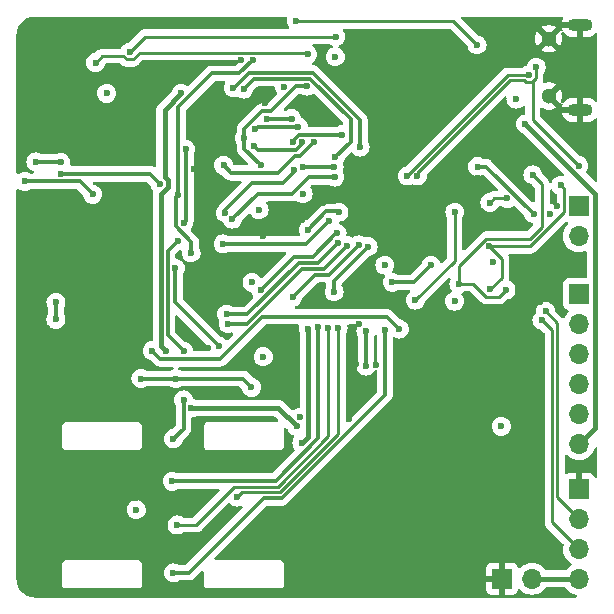
<source format=gbr>
%TF.GenerationSoftware,KiCad,Pcbnew,8.0.6*%
%TF.CreationDate,2025-08-25T15:23:13+02:00*%
%TF.ProjectId,probe,70726f62-652e-46b6-9963-61645f706362,V4-0*%
%TF.SameCoordinates,Original*%
%TF.FileFunction,Copper,L4,Bot*%
%TF.FilePolarity,Positive*%
%FSLAX46Y46*%
G04 Gerber Fmt 4.6, Leading zero omitted, Abs format (unit mm)*
G04 Created by KiCad (PCBNEW 8.0.6) date 2025-08-25 15:23:13*
%MOMM*%
%LPD*%
G01*
G04 APERTURE LIST*
%TA.AperFunction,ComponentPad*%
%ADD10O,2.140000X1.070000*%
%TD*%
%TA.AperFunction,ComponentPad*%
%ADD11C,1.300000*%
%TD*%
%TA.AperFunction,ComponentPad*%
%ADD12R,1.700000X1.700000*%
%TD*%
%TA.AperFunction,ComponentPad*%
%ADD13O,1.700000X1.700000*%
%TD*%
%TA.AperFunction,ViaPad*%
%ADD14C,0.600000*%
%TD*%
%TA.AperFunction,ViaPad*%
%ADD15C,0.800000*%
%TD*%
%TA.AperFunction,Conductor*%
%ADD16C,0.400000*%
%TD*%
%TA.AperFunction,Conductor*%
%ADD17C,0.300000*%
%TD*%
%TA.AperFunction,Conductor*%
%ADD18C,0.350000*%
%TD*%
%TA.AperFunction,Conductor*%
%ADD19C,0.250000*%
%TD*%
G04 APERTURE END LIST*
D10*
%TO.P,J2,6,Shield*%
%TO.N,GND*%
X188125000Y-21100000D03*
D11*
X185475000Y-22275000D03*
X185475000Y-27125000D03*
D10*
X188125000Y-28300000D03*
%TD*%
D12*
%TO.P,J1,1,Pin_1*%
%TO.N,GND*%
X181525000Y-68000000D03*
D13*
%TO.P,J1,2,Pin_2*%
%TO.N,9V*%
X184065000Y-68000000D03*
%TD*%
D12*
%TO.P,J5,1,Pin_1*%
%TO.N,D+*%
X188000000Y-36450000D03*
D13*
%TO.P,J5,2,Pin_2*%
%TO.N,D-*%
X188000000Y-38990000D03*
%TD*%
D12*
%TO.P,J6,1,Pin_1*%
%TO.N,GND*%
X188050000Y-60410000D03*
D13*
%TO.P,J6,2,Pin_2*%
%TO.N,RS485_B-*%
X188050000Y-62950000D03*
%TO.P,J6,3,Pin_3*%
%TO.N,RS485_A+*%
X188050000Y-65490000D03*
%TO.P,J6,4,Pin_4*%
%TO.N,9V*%
X188050000Y-68030000D03*
%TD*%
D12*
%TO.P,J3,1,Pin_1*%
%TO.N,/Signal*%
X188050000Y-43910000D03*
D13*
%TO.P,J3,2,Pin_2*%
%TO.N,/AMP*%
X188050000Y-46450000D03*
%TO.P,J3,3,Pin_3*%
%TO.N,/DAC*%
X188050000Y-48990000D03*
%TO.P,J3,4,Pin_4*%
%TO.N,/UNB_DAC*%
X188050000Y-51530000D03*
%TO.P,J3,5,Pin_5*%
%TO.N,3V3*%
X188050000Y-54070000D03*
%TO.P,J3,6,Pin_6*%
%TO.N,5V*%
X188050000Y-56610000D03*
%TD*%
D14*
%TO.N,5V*%
X153100000Y-48750000D03*
X155200000Y-53550000D03*
X183500000Y-29500000D03*
X164125000Y-55100000D03*
X154350000Y-26900000D03*
%TO.N,GND*%
X169150000Y-49850000D03*
X186150000Y-36450000D03*
X168450000Y-65300000D03*
X162422880Y-49122880D03*
X148100000Y-29950000D03*
X156812500Y-41450000D03*
X181550000Y-21050000D03*
X169400000Y-46450000D03*
X164350000Y-27850000D03*
X178500000Y-54000000D03*
X156000000Y-61750000D03*
X155450000Y-33300000D03*
X142500000Y-26850000D03*
X161487500Y-27750000D03*
X170850000Y-49900000D03*
X168600000Y-54450000D03*
X156650000Y-48500000D03*
X161300000Y-38975000D03*
X150300000Y-36350000D03*
X176150000Y-45650000D03*
D15*
X146600000Y-21950000D03*
D14*
X159450000Y-24075000D03*
X184400000Y-51900000D03*
X168450000Y-62700000D03*
X179450000Y-34050000D03*
X149850000Y-44750000D03*
X155950000Y-21150000D03*
X146850000Y-47750000D03*
X184750000Y-44550000D03*
X155850000Y-25050000D03*
X173450000Y-25100000D03*
X174850000Y-38600000D03*
X164600000Y-37600000D03*
X166400000Y-36150000D03*
X150550000Y-61150000D03*
%TO.N,3V3*%
X160350000Y-42900000D03*
X148050000Y-26900000D03*
X185550000Y-37100000D03*
X182700000Y-27400000D03*
X181450000Y-55100000D03*
X164400001Y-54319238D03*
X167400000Y-23800000D03*
X161300000Y-49200000D03*
X160950000Y-36750000D03*
X150550000Y-62150000D03*
X180750000Y-41150000D03*
X171600000Y-41450000D03*
X177500000Y-44500000D03*
X163090380Y-26340380D03*
X164675000Y-35394238D03*
%TO.N,/UNB_DAC*%
X155200000Y-40400000D03*
X160400000Y-24075000D03*
X154100000Y-35500000D03*
%TO.N,/DAC*%
X165000000Y-26300000D03*
X154750000Y-31650000D03*
X161100000Y-33000000D03*
X153850000Y-41700000D03*
X157550000Y-48300000D03*
X154550000Y-37900000D03*
X159700000Y-30700000D03*
%TO.N,/AMP*%
X158086827Y-37025000D03*
X161650000Y-29075793D03*
X141100000Y-34350000D03*
X160300000Y-51800000D03*
X146850000Y-35450000D03*
X153900000Y-51050000D03*
X150950000Y-51050000D03*
X163700000Y-29050000D03*
X163900000Y-33400000D03*
%TO.N,/Signal*%
X179450000Y-33100000D03*
X160600000Y-29950000D03*
X184200000Y-37100000D03*
X144150000Y-32750000D03*
X164279967Y-29725793D03*
X142050000Y-32700000D03*
%TO.N,D+*%
X188019975Y-33030025D03*
X184400000Y-24700000D03*
X174350000Y-33900000D03*
%TO.N,D-*%
X183775000Y-25350000D03*
X173500000Y-33900000D03*
%TO.N,GPIO42*%
X164100000Y-20800000D03*
X179400000Y-22800000D03*
%TO.N,RS485_B-*%
X177867610Y-43036244D03*
X184125000Y-33800000D03*
X185200000Y-45350000D03*
X181850000Y-43550000D03*
%TO.N,RS485_A+*%
X180500000Y-43500000D03*
X186500000Y-34700000D03*
X184900000Y-46100000D03*
X180450000Y-39850000D03*
%TO.N,Au+ Shield*%
X153700000Y-67500000D03*
X172225000Y-42900000D03*
X175500000Y-41450000D03*
X171600000Y-46950000D03*
%TO.N,/Au+*%
X164567525Y-56532475D03*
X165100000Y-46850000D03*
%TO.N,/Au-*%
X154550000Y-48750000D03*
X153700000Y-56150000D03*
X154099999Y-39380763D03*
X154550000Y-52850000D03*
%TO.N,Au- Shield*%
X170000000Y-50000000D03*
X170000000Y-47050000D03*
%TO.N,EN*%
X167450000Y-22100000D03*
X150000000Y-23400000D03*
%TO.N,GPIO0*%
X165050000Y-23600000D03*
X147100000Y-24300000D03*
%TO.N,Net-(U6-NO3)*%
X143750000Y-44600000D03*
X143750000Y-46050000D03*
X144150000Y-33700000D03*
X152550000Y-34550000D03*
%TO.N,SDA*%
X166800000Y-46750000D03*
X158756706Y-26444064D03*
X169500000Y-31450000D03*
X154000000Y-63450000D03*
%TO.N,SCL*%
X159100000Y-61100000D03*
X167641942Y-46791942D03*
X159650000Y-26550000D03*
X167400000Y-32300000D03*
%TO.N,INT*%
X153600000Y-59750000D03*
X167300000Y-43700000D03*
X170182722Y-39879523D03*
X165950000Y-46700000D03*
%TO.N,SW_Au-_SH+*%
X177520000Y-36975000D03*
X174180000Y-44420000D03*
%TO.N,SW_UBD*%
X167545000Y-38750000D03*
X161100000Y-43550000D03*
%TO.N,SW_SGN*%
X169394240Y-39744240D03*
X163800000Y-44150000D03*
%TO.N,SW_AMP*%
X158325361Y-46398152D03*
X168409620Y-39809620D03*
%TO.N,SW_R1_1K*%
X160550000Y-31400000D03*
X164612824Y-31044040D03*
%TO.N,SW_Au-_GND*%
X165100000Y-38450000D03*
X167709620Y-36959620D03*
%TO.N,SW_Au-*%
X167350000Y-34000000D03*
X158686827Y-37563173D03*
%TO.N,SW_Calib*%
X168000000Y-30400000D03*
X163800000Y-31050000D03*
%TO.N,SW_Au+*%
X164675000Y-33150000D03*
X167300000Y-33150000D03*
%TO.N,SW_Au+_GND*%
X157900000Y-39650000D03*
X166831942Y-37718058D03*
%TO.N,SW_Au-_SH-*%
X181975000Y-35800000D03*
X180500000Y-36150000D03*
%TO.N,SW_R1_10K*%
X165597077Y-31044040D03*
X157944930Y-33000000D03*
%TO.N,SW_DAC*%
X158190380Y-45609620D03*
X167600000Y-39550000D03*
%TO.N,Net-(U10-COM1)*%
X172814690Y-46862500D03*
X151900000Y-48700000D03*
%TD*%
D16*
%TO.N,5V*%
X162575000Y-53550000D02*
X164125000Y-55100000D01*
X189400000Y-55260000D02*
X188050000Y-56610000D01*
X154350000Y-26900000D02*
X152950000Y-28300000D01*
X153250000Y-34839950D02*
X152650000Y-35439950D01*
X152950000Y-28300000D02*
X152950000Y-33960050D01*
X152650000Y-48300000D02*
X153100000Y-48750000D01*
X152950000Y-33960050D02*
X153250000Y-34260050D01*
X183500000Y-29500000D02*
X189400000Y-35400000D01*
X153250000Y-34260050D02*
X153250000Y-34839950D01*
X155200000Y-53550000D02*
X162575000Y-53550000D01*
X189400000Y-35400000D02*
X189400000Y-55260000D01*
X152650000Y-35439950D02*
X152650000Y-48300000D01*
%TO.N,9V*%
X184065000Y-68000000D02*
X188020000Y-68000000D01*
X188020000Y-68000000D02*
X188050000Y-68030000D01*
D17*
%TO.N,/UNB_DAC*%
X159275000Y-25200000D02*
X160400000Y-24075000D01*
X156969239Y-25200000D02*
X159275000Y-25200000D01*
X154100000Y-28069239D02*
X156969239Y-25200000D01*
X153900000Y-35700000D02*
X154100000Y-35500000D01*
X155200000Y-39469239D02*
X153900000Y-38169239D01*
X154100000Y-35500000D02*
X154100000Y-28069239D01*
X155200000Y-40400000D02*
X155200000Y-39469239D01*
X153900000Y-38169239D02*
X153900000Y-35700000D01*
%TO.N,/DAC*%
X159700000Y-29930761D02*
X161230761Y-28400000D01*
X164049999Y-26300000D02*
X165000000Y-26300000D01*
X159700000Y-30700000D02*
X159700000Y-29930761D01*
X161949999Y-28400000D02*
X164049999Y-26300000D01*
X153850000Y-41700000D02*
X153850000Y-44600000D01*
X159700000Y-31600000D02*
X161100000Y-33000000D01*
X159700000Y-30700000D02*
X159700000Y-31600000D01*
X161230761Y-28400000D02*
X161949999Y-28400000D01*
X153850000Y-44600000D02*
X157550000Y-48300000D01*
X154750000Y-31650000D02*
X154750000Y-37700000D01*
X154750000Y-37700000D02*
X154550000Y-37900000D01*
%TO.N,/AMP*%
X158086827Y-36788173D02*
X160350000Y-34525000D01*
D18*
X153900000Y-51050000D02*
X159550000Y-51050000D01*
D17*
X160350000Y-34525000D02*
X162975000Y-34525000D01*
X146850000Y-35450000D02*
X145750000Y-34350000D01*
X161650000Y-29075793D02*
X163674207Y-29075793D01*
X163900000Y-33600000D02*
X163900000Y-33400000D01*
X145750000Y-34350000D02*
X141100000Y-34350000D01*
D18*
X150950000Y-51050000D02*
X153900000Y-51050000D01*
D17*
X162975000Y-34525000D02*
X163900000Y-33600000D01*
X158086827Y-37025000D02*
X158086827Y-36788173D01*
D18*
X159550000Y-51050000D02*
X160300000Y-51800000D01*
D17*
X163674207Y-29075793D02*
X163700000Y-29050000D01*
%TO.N,/Signal*%
X164279967Y-29725793D02*
X160824207Y-29725793D01*
X144100000Y-32700000D02*
X144150000Y-32750000D01*
X184200000Y-37100000D02*
X180200000Y-33100000D01*
X160824207Y-29725793D02*
X160600000Y-29950000D01*
X180200000Y-33100000D02*
X179450000Y-33100000D01*
X142050000Y-32700000D02*
X144100000Y-32700000D01*
D19*
%TO.N,D+*%
X188019975Y-33030025D02*
X184125000Y-29135050D01*
X184400000Y-25608884D02*
X184033884Y-25975000D01*
X183341116Y-25800000D02*
X182202512Y-25800000D01*
X174350000Y-33652512D02*
X174350000Y-33900000D01*
X182202512Y-25800000D02*
X174350000Y-33652512D01*
X184033884Y-25975000D02*
X183516116Y-25975000D01*
X183516116Y-25975000D02*
X183341116Y-25800000D01*
X184400000Y-24700000D02*
X184400000Y-25608884D01*
X184125000Y-26066116D02*
X184033884Y-25975000D01*
X184125000Y-29135050D02*
X184125000Y-26066116D01*
%TO.N,D-*%
X183775000Y-25350000D02*
X182016116Y-25350000D01*
X182016116Y-25350000D02*
X173500000Y-33866116D01*
X173500000Y-33866116D02*
X173500000Y-33900000D01*
%TO.N,GPIO42*%
X177400000Y-20800000D02*
X164100000Y-20800000D01*
X179400000Y-22800000D02*
X177400000Y-20800000D01*
%TO.N,RS485_B-*%
X180175000Y-44125000D02*
X181275000Y-44125000D01*
X181275000Y-44125000D02*
X181850000Y-43550000D01*
X186200000Y-46350000D02*
X186200000Y-61100000D01*
X177867610Y-43036244D02*
X179086244Y-43036244D01*
X180191116Y-39225000D02*
X183888604Y-39225000D01*
X184925000Y-34600000D02*
X184125000Y-33800000D01*
X179086244Y-43036244D02*
X180175000Y-44125000D01*
X185200000Y-45350000D02*
X186200000Y-46350000D01*
X177867610Y-43036244D02*
X177867610Y-41548506D01*
X177867610Y-41548506D02*
X180191116Y-39225000D01*
X184925000Y-38188604D02*
X184925000Y-34600000D01*
X183888604Y-39225000D02*
X184925000Y-38188604D01*
X186200000Y-61100000D02*
X188050000Y-62950000D01*
%TO.N,RS485_A+*%
X183900000Y-39850000D02*
X186775000Y-36975000D01*
X186775000Y-34975000D02*
X186500000Y-34700000D01*
X180450000Y-39850000D02*
X181500000Y-40900000D01*
X184900000Y-46100000D02*
X185750000Y-46950000D01*
X181500000Y-42500000D02*
X180500000Y-43500000D01*
X185750000Y-46950000D02*
X185750000Y-63190000D01*
X186775000Y-36975000D02*
X186775000Y-34975000D01*
X181500000Y-40900000D02*
X181500000Y-42500000D01*
X185750000Y-63190000D02*
X188050000Y-65490000D01*
X180450000Y-39850000D02*
X183900000Y-39850000D01*
D17*
%TO.N,Au+ Shield*%
X155000000Y-67500000D02*
X161325000Y-61175000D01*
X162875000Y-61175000D02*
X171600000Y-52450000D01*
X153700000Y-67500000D02*
X155000000Y-67500000D01*
X161325000Y-61175000D02*
X162875000Y-61175000D01*
X174050000Y-42900000D02*
X175500000Y-41450000D01*
X172225000Y-42900000D02*
X174050000Y-42900000D01*
X171600000Y-52450000D02*
X171600000Y-46950000D01*
D16*
%TO.N,/Au+*%
X164567525Y-56532475D02*
X165100000Y-56000000D01*
X165100000Y-56000000D02*
X165100000Y-46850000D01*
D17*
%TO.N,/Au-*%
X153200000Y-47400000D02*
X154550000Y-48750000D01*
X154099999Y-39380763D02*
X153200000Y-40280762D01*
X153700000Y-56150000D02*
X154550000Y-55300000D01*
X154550000Y-55300000D02*
X154550000Y-52850000D01*
X153200000Y-40280762D02*
X153200000Y-47400000D01*
%TO.N,Au- Shield*%
X170000000Y-47050000D02*
X170000000Y-50000000D01*
D19*
%TO.N,EN*%
X151300000Y-22100000D02*
X167450000Y-22100000D01*
X150000000Y-23400000D02*
X151300000Y-22100000D01*
%TO.N,GPIO0*%
X149741116Y-24025000D02*
X149466116Y-23750000D01*
X150258884Y-24025000D02*
X149741116Y-24025000D01*
X164900000Y-23450000D02*
X150833884Y-23450000D01*
X150833884Y-23450000D02*
X150258884Y-24025000D01*
X147650000Y-23750000D02*
X147100000Y-24300000D01*
X149466116Y-23750000D02*
X147650000Y-23750000D01*
X165050000Y-23600000D02*
X164900000Y-23450000D01*
D18*
%TO.N,Net-(U6-NO3)*%
X143750000Y-46050000D02*
X143750000Y-44600000D01*
X144150000Y-33700000D02*
X151700000Y-33700000D01*
X151700000Y-33700000D02*
X152550000Y-34550000D01*
D17*
%TO.N,SDA*%
X169500000Y-29150000D02*
X165500000Y-25150000D01*
X169500000Y-31450000D02*
X169500000Y-29150000D01*
X160130761Y-25150000D02*
X158756706Y-26524055D01*
X158756706Y-26575945D02*
X158756706Y-26444064D01*
D19*
X158850000Y-60200000D02*
X155600000Y-63450000D01*
D17*
X165500000Y-25150000D02*
X160130761Y-25150000D01*
D19*
X166800000Y-46750000D02*
X166800000Y-55941852D01*
X162541852Y-60200000D02*
X158850000Y-60200000D01*
X166800000Y-55941852D02*
X162541852Y-60200000D01*
D17*
X158756706Y-26524055D02*
X158756706Y-26575945D01*
D19*
X155600000Y-63450000D02*
X154000000Y-63450000D01*
%TO.N,SCL*%
X167641942Y-55736306D02*
X162678248Y-60700000D01*
D17*
X168700000Y-31000000D02*
X167400000Y-32300000D01*
D19*
X162678248Y-60700000D02*
X159500000Y-60700000D01*
D17*
X159650000Y-26550000D02*
X160550000Y-25650000D01*
X160550000Y-25650000D02*
X165269239Y-25650000D01*
X165269239Y-25650000D02*
X168700000Y-29080761D01*
D19*
X159500000Y-60700000D02*
X159100000Y-61100000D01*
X167641942Y-46791942D02*
X167641942Y-55736306D01*
D17*
X168700000Y-29080761D02*
X168700000Y-31000000D01*
%TO.N,INT*%
X153600000Y-59750000D02*
X153625000Y-59725000D01*
X162345100Y-59725000D02*
X165950000Y-56120100D01*
X167262245Y-42800000D02*
X167262245Y-43712245D01*
X167287755Y-43712245D02*
X167300000Y-43700000D01*
X170182722Y-39879523D02*
X167262245Y-42800000D01*
X153625000Y-59725000D02*
X162345100Y-59725000D01*
X165950000Y-56120100D02*
X165950000Y-46700000D01*
X167262245Y-43712245D02*
X167287755Y-43712245D01*
D19*
%TO.N,SW_Au-_SH+*%
X177520000Y-36975000D02*
X177520000Y-41080000D01*
X177520000Y-41080000D02*
X174180000Y-44420000D01*
D17*
%TO.N,SW_UBD*%
X167480761Y-38750000D02*
X165480761Y-40750000D01*
X164300000Y-40750000D02*
X163900000Y-40750000D01*
X163900000Y-40750000D02*
X161100000Y-43550000D01*
X165480761Y-40750000D02*
X164300000Y-40750000D01*
X167545000Y-38750000D02*
X167480761Y-38750000D01*
%TO.N,SW_SGN*%
X169394240Y-39744240D02*
X166888480Y-42250000D01*
X165700000Y-42250000D02*
X163800000Y-44150000D01*
X166888480Y-42250000D02*
X165700000Y-42250000D01*
%TO.N,SW_AMP*%
X159901848Y-46398152D02*
X158325361Y-46398152D01*
X168409620Y-39809620D02*
X166469240Y-41750000D01*
X164550000Y-41750000D02*
X159901848Y-46398152D01*
X166469240Y-41750000D02*
X164550000Y-41750000D01*
%TO.N,SW_R1_1K*%
X164069239Y-31700000D02*
X160850000Y-31700000D01*
X164612824Y-31044040D02*
X164612824Y-31156415D01*
X160850000Y-31700000D02*
X160550000Y-31400000D01*
X164612824Y-31156415D02*
X164069239Y-31700000D01*
%TO.N,SW_Au-_GND*%
X167650000Y-36900000D02*
X167709620Y-36959620D01*
X165100000Y-38450000D02*
X166650000Y-36900000D01*
X166650000Y-36900000D02*
X167650000Y-36900000D01*
%TO.N,SW_Au-*%
X163750000Y-35400000D02*
X160850000Y-35400000D01*
X160850000Y-35400000D02*
X158686827Y-37563173D01*
X167350000Y-34000000D02*
X165150000Y-34000000D01*
X165150000Y-34000000D02*
X163750000Y-35400000D01*
%TO.N,SW_Calib*%
X163800000Y-31050000D02*
X163800000Y-30937625D01*
X164343585Y-30394040D02*
X167994040Y-30394040D01*
X167994040Y-30394040D02*
X168000000Y-30400000D01*
X163800000Y-30937625D02*
X164343585Y-30394040D01*
%TO.N,SW_Au+*%
X164675000Y-33150000D02*
X167300000Y-33150000D01*
%TO.N,SW_Au+_GND*%
X166831942Y-37718058D02*
X164900000Y-39650000D01*
X164900000Y-39650000D02*
X157900000Y-39650000D01*
D19*
%TO.N,SW_Au-_SH-*%
X181975000Y-35800000D02*
X180850000Y-35800000D01*
X180850000Y-35800000D02*
X180500000Y-36150000D01*
D17*
%TO.N,SW_R1_10K*%
X164000000Y-32200000D02*
X164441117Y-32200000D01*
X157944930Y-33000000D02*
X158594930Y-33650000D01*
X158594930Y-33650000D02*
X162550000Y-33650000D01*
X164441117Y-32200000D02*
X165597077Y-31044040D01*
X162550000Y-33650000D02*
X164000000Y-32200000D01*
%TO.N,SW_DAC*%
X164319239Y-41250000D02*
X165900000Y-41250000D01*
X158190380Y-45609620D02*
X159959619Y-45609620D01*
X159959619Y-45609620D02*
X164319239Y-41250000D01*
X165900000Y-41250000D02*
X167600000Y-39550000D01*
%TO.N,Net-(U10-COM1)*%
X157607107Y-49400000D02*
X152600000Y-49400000D01*
X152600000Y-49400000D02*
X151900000Y-48700000D01*
X172814690Y-46862500D02*
X171752190Y-45800000D01*
X171752190Y-45800000D02*
X161207107Y-45800000D01*
X161207107Y-45800000D02*
X157607107Y-49400000D01*
%TD*%
%TA.AperFunction,Conductor*%
%TO.N,GND*%
G36*
X186647658Y-20420185D02*
G01*
X186693413Y-20472989D01*
X186703357Y-20542147D01*
X186683721Y-20593391D01*
X186672798Y-20609737D01*
X186672793Y-20609747D01*
X186594774Y-20798101D01*
X186594772Y-20798109D01*
X186584450Y-20849999D01*
X186584450Y-20850000D01*
X187675272Y-20850000D01*
X187583386Y-20888060D01*
X187513060Y-20958386D01*
X187475000Y-21050272D01*
X187475000Y-21149728D01*
X187513060Y-21241614D01*
X187583386Y-21311940D01*
X187675272Y-21350000D01*
X186584450Y-21350000D01*
X186594772Y-21401890D01*
X186594774Y-21401898D01*
X186633967Y-21496518D01*
X186641436Y-21565988D01*
X186610161Y-21628467D01*
X186550072Y-21664119D01*
X186480247Y-21661625D01*
X186473831Y-21657170D01*
X186448162Y-21655389D01*
X185828553Y-22274999D01*
X185828553Y-22275000D01*
X186448162Y-22894609D01*
X186448163Y-22894609D01*
X186456940Y-22882988D01*
X186456942Y-22882985D01*
X186551933Y-22692216D01*
X186551941Y-22692196D01*
X186610261Y-22487219D01*
X186610262Y-22487216D01*
X186629927Y-22275000D01*
X186629927Y-22274999D01*
X186610262Y-22062783D01*
X186610261Y-22062780D01*
X186551941Y-21857803D01*
X186551935Y-21857789D01*
X186544467Y-21842791D01*
X186532204Y-21774005D01*
X186559077Y-21709510D01*
X186616552Y-21669781D01*
X186686382Y-21667433D01*
X186746397Y-21703210D01*
X186758568Y-21718626D01*
X186786062Y-21759773D01*
X186786065Y-21759777D01*
X186930222Y-21903934D01*
X186930226Y-21903937D01*
X187099737Y-22017201D01*
X187099747Y-22017206D01*
X187288101Y-22095225D01*
X187288109Y-22095227D01*
X187488056Y-22134999D01*
X187488060Y-22135000D01*
X187875000Y-22135000D01*
X187875000Y-21350000D01*
X188375000Y-21350000D01*
X188375000Y-22135000D01*
X188761940Y-22135000D01*
X188761943Y-22134999D01*
X188961890Y-22095227D01*
X188961898Y-22095225D01*
X189150252Y-22017206D01*
X189150262Y-22017201D01*
X189319773Y-21903937D01*
X189319777Y-21903934D01*
X189387819Y-21835893D01*
X189449142Y-21802408D01*
X189518834Y-21807392D01*
X189574767Y-21849264D01*
X189599184Y-21914728D01*
X189599500Y-21923574D01*
X189599500Y-27476426D01*
X189579815Y-27543465D01*
X189527011Y-27589220D01*
X189457853Y-27599164D01*
X189394297Y-27570139D01*
X189387819Y-27564107D01*
X189319777Y-27496065D01*
X189319773Y-27496062D01*
X189150262Y-27382798D01*
X189150252Y-27382793D01*
X188961898Y-27304774D01*
X188961890Y-27304772D01*
X188761943Y-27265000D01*
X188375000Y-27265000D01*
X188375000Y-28050000D01*
X187875000Y-28050000D01*
X187875000Y-27265000D01*
X187488056Y-27265000D01*
X187288109Y-27304772D01*
X187288101Y-27304774D01*
X187099747Y-27382793D01*
X187099737Y-27382798D01*
X186930226Y-27496062D01*
X186930222Y-27496065D01*
X186786065Y-27640222D01*
X186786060Y-27640229D01*
X186758567Y-27681374D01*
X186704954Y-27726179D01*
X186635629Y-27734885D01*
X186572602Y-27704729D01*
X186535884Y-27645286D01*
X186537132Y-27575427D01*
X186544468Y-27557206D01*
X186551935Y-27542209D01*
X186551941Y-27542196D01*
X186610261Y-27337219D01*
X186610262Y-27337216D01*
X186629927Y-27125000D01*
X186629927Y-27124999D01*
X186610262Y-26912783D01*
X186610261Y-26912780D01*
X186551941Y-26707803D01*
X186551933Y-26707783D01*
X186456942Y-26517014D01*
X186456937Y-26517006D01*
X186448163Y-26505389D01*
X186448162Y-26505389D01*
X185828553Y-27124999D01*
X185828553Y-27125000D01*
X186448162Y-27744609D01*
X186472131Y-27742946D01*
X186476569Y-27739654D01*
X186546281Y-27734964D01*
X186607462Y-27768709D01*
X186640687Y-27830173D01*
X186635407Y-27899843D01*
X186633971Y-27903470D01*
X186594775Y-27998097D01*
X186594772Y-27998109D01*
X186584450Y-28049999D01*
X186584450Y-28050000D01*
X187675272Y-28050000D01*
X187583386Y-28088060D01*
X187513060Y-28158386D01*
X187475000Y-28250272D01*
X187475000Y-28349728D01*
X187513060Y-28441614D01*
X187583386Y-28511940D01*
X187675272Y-28550000D01*
X186584450Y-28550000D01*
X186594772Y-28601890D01*
X186594774Y-28601898D01*
X186672793Y-28790252D01*
X186672798Y-28790262D01*
X186786062Y-28959773D01*
X186786065Y-28959777D01*
X186930222Y-29103934D01*
X186930226Y-29103937D01*
X187099737Y-29217201D01*
X187099747Y-29217206D01*
X187288101Y-29295225D01*
X187288109Y-29295227D01*
X187488056Y-29334999D01*
X187488060Y-29335000D01*
X187875000Y-29335000D01*
X187875000Y-28550000D01*
X188375000Y-28550000D01*
X188375000Y-29335000D01*
X188761940Y-29335000D01*
X188761943Y-29334999D01*
X188961890Y-29295227D01*
X188961898Y-29295225D01*
X189150252Y-29217206D01*
X189150262Y-29217201D01*
X189319773Y-29103937D01*
X189319777Y-29103934D01*
X189387819Y-29035893D01*
X189449142Y-29002408D01*
X189518834Y-29007392D01*
X189574767Y-29049264D01*
X189599184Y-29114728D01*
X189599500Y-29123574D01*
X189599500Y-34309481D01*
X189579815Y-34376520D01*
X189527011Y-34422275D01*
X189457853Y-34432219D01*
X189394297Y-34403194D01*
X189387819Y-34397162D01*
X188670767Y-33680110D01*
X188637282Y-33618787D01*
X188642266Y-33549095D01*
X188653454Y-33526457D01*
X188745764Y-33379547D01*
X188805343Y-33209280D01*
X188809171Y-33175305D01*
X188825540Y-33030028D01*
X188825540Y-33030021D01*
X188805344Y-32850775D01*
X188805343Y-32850770D01*
X188797366Y-32827973D01*
X188745764Y-32680503D01*
X188649791Y-32527763D01*
X188522237Y-32400209D01*
X188519075Y-32398222D01*
X188369496Y-32304235D01*
X188199224Y-32244655D01*
X188152149Y-32239351D01*
X188087735Y-32212284D01*
X188078353Y-32203812D01*
X184786819Y-28912278D01*
X184753334Y-28850955D01*
X184750500Y-28824597D01*
X184750500Y-28251626D01*
X184770185Y-28184587D01*
X184822989Y-28138832D01*
X184892147Y-28128888D01*
X184939780Y-28146200D01*
X184960210Y-28158850D01*
X185158936Y-28235836D01*
X185158941Y-28235837D01*
X185368439Y-28275000D01*
X185581561Y-28275000D01*
X185791058Y-28235837D01*
X185791063Y-28235836D01*
X185989791Y-28158849D01*
X185989798Y-28158846D01*
X186092006Y-28095560D01*
X186092006Y-28095559D01*
X185471447Y-27475000D01*
X185521078Y-27475000D01*
X185610095Y-27451148D01*
X185689905Y-27405070D01*
X185755070Y-27339905D01*
X185801148Y-27260095D01*
X185825000Y-27171078D01*
X185825000Y-27078922D01*
X185801148Y-26989905D01*
X185755070Y-26910095D01*
X185689905Y-26844930D01*
X185610095Y-26798852D01*
X185521078Y-26775000D01*
X185471447Y-26775000D01*
X186092007Y-26154439D01*
X185989793Y-26091151D01*
X185989789Y-26091149D01*
X185791063Y-26014163D01*
X185791058Y-26014162D01*
X185581561Y-25975000D01*
X185368439Y-25975000D01*
X185158941Y-26014162D01*
X185158933Y-26014164D01*
X185131694Y-26024716D01*
X185062071Y-26030576D01*
X185000331Y-25997864D01*
X184966079Y-25936967D01*
X184970187Y-25867218D01*
X184972324Y-25861682D01*
X185001463Y-25791336D01*
X185025500Y-25670490D01*
X185025500Y-25244854D01*
X185044507Y-25178881D01*
X185125788Y-25049524D01*
X185125789Y-25049522D01*
X185185368Y-24879255D01*
X185200096Y-24748539D01*
X185205565Y-24700003D01*
X185205565Y-24699996D01*
X185185369Y-24520750D01*
X185185368Y-24520745D01*
X185162623Y-24455743D01*
X185125789Y-24350478D01*
X185029816Y-24197738D01*
X184902262Y-24070184D01*
X184749523Y-23974211D01*
X184579254Y-23914631D01*
X184579249Y-23914630D01*
X184400004Y-23894435D01*
X184399996Y-23894435D01*
X184220750Y-23914630D01*
X184220745Y-23914631D01*
X184050476Y-23974211D01*
X183897737Y-24070184D01*
X183770184Y-24197737D01*
X183674211Y-24350476D01*
X183619491Y-24506859D01*
X183578769Y-24563635D01*
X183543404Y-24582945D01*
X183425480Y-24624209D01*
X183296117Y-24705494D01*
X183230145Y-24724500D01*
X181954505Y-24724500D01*
X181833669Y-24748535D01*
X181833657Y-24748539D01*
X181801378Y-24761909D01*
X181786513Y-24768067D01*
X181764285Y-24777274D01*
X181719829Y-24795688D01*
X181709673Y-24802475D01*
X181709565Y-24802547D01*
X181617384Y-24864140D01*
X181573821Y-24907703D01*
X181530258Y-24951267D01*
X181530255Y-24951270D01*
X173403434Y-33078090D01*
X173342111Y-33111575D01*
X173329640Y-33113629D01*
X173320749Y-33114630D01*
X173150478Y-33174210D01*
X172997737Y-33270184D01*
X172870184Y-33397737D01*
X172774211Y-33550476D01*
X172714631Y-33720745D01*
X172714630Y-33720750D01*
X172694435Y-33899996D01*
X172694435Y-33900003D01*
X172714630Y-34079249D01*
X172714631Y-34079254D01*
X172774211Y-34249523D01*
X172853368Y-34375500D01*
X172870184Y-34402262D01*
X172997738Y-34529816D01*
X173086147Y-34585367D01*
X173123508Y-34608843D01*
X173150478Y-34625789D01*
X173245270Y-34658958D01*
X173320745Y-34685368D01*
X173320750Y-34685369D01*
X173499996Y-34705565D01*
X173500000Y-34705565D01*
X173500004Y-34705565D01*
X173679249Y-34685369D01*
X173679251Y-34685368D01*
X173679255Y-34685368D01*
X173679258Y-34685366D01*
X173679262Y-34685366D01*
X173754730Y-34658958D01*
X173849522Y-34625789D01*
X173859028Y-34619815D01*
X173926263Y-34600815D01*
X173990971Y-34619815D01*
X174000478Y-34625789D01*
X174031786Y-34636744D01*
X174170737Y-34685366D01*
X174170743Y-34685367D01*
X174170745Y-34685368D01*
X174170746Y-34685368D01*
X174170750Y-34685369D01*
X174349996Y-34705565D01*
X174350000Y-34705565D01*
X174350004Y-34705565D01*
X174529249Y-34685369D01*
X174529252Y-34685368D01*
X174529255Y-34685368D01*
X174699522Y-34625789D01*
X174852262Y-34529816D01*
X174979816Y-34402262D01*
X175075789Y-34249522D01*
X175135368Y-34079255D01*
X175136390Y-34070184D01*
X175155565Y-33900003D01*
X175155565Y-33899998D01*
X175153545Y-33882076D01*
X175145191Y-33807932D01*
X175157245Y-33739114D01*
X175180727Y-33706373D01*
X181695580Y-27191520D01*
X181756902Y-27158037D01*
X181826594Y-27163021D01*
X181882527Y-27204893D01*
X181906944Y-27270357D01*
X181906480Y-27293086D01*
X181894435Y-27399995D01*
X181894435Y-27400003D01*
X181914630Y-27579249D01*
X181914631Y-27579254D01*
X181974211Y-27749523D01*
X181989905Y-27774499D01*
X182070184Y-27902262D01*
X182197738Y-28029816D01*
X182350478Y-28125789D01*
X182444958Y-28158849D01*
X182520745Y-28185368D01*
X182520750Y-28185369D01*
X182699996Y-28205565D01*
X182700000Y-28205565D01*
X182700004Y-28205565D01*
X182879249Y-28185369D01*
X182879252Y-28185368D01*
X182879255Y-28185368D01*
X183049522Y-28125789D01*
X183202262Y-28029816D01*
X183287819Y-27944259D01*
X183349142Y-27910774D01*
X183418834Y-27915758D01*
X183474767Y-27957630D01*
X183499184Y-28023094D01*
X183499500Y-28031940D01*
X183499500Y-28583677D01*
X183479815Y-28650716D01*
X183427011Y-28696471D01*
X183389384Y-28706897D01*
X183320750Y-28714630D01*
X183150478Y-28774210D01*
X182997737Y-28870184D01*
X182870184Y-28997737D01*
X182774211Y-29150476D01*
X182714631Y-29320745D01*
X182714630Y-29320750D01*
X182694435Y-29499996D01*
X182694435Y-29500003D01*
X182714630Y-29679249D01*
X182714631Y-29679254D01*
X182774211Y-29849523D01*
X182870184Y-30002262D01*
X182997738Y-30129816D01*
X183150478Y-30225789D01*
X183253984Y-30262007D01*
X183300710Y-30291367D01*
X186704471Y-33695128D01*
X186737956Y-33756451D01*
X186732972Y-33826143D01*
X186691100Y-33882076D01*
X186625636Y-33906493D01*
X186602907Y-33906029D01*
X186500004Y-33894435D01*
X186499996Y-33894435D01*
X186320750Y-33914630D01*
X186320745Y-33914631D01*
X186150476Y-33974211D01*
X185997737Y-34070184D01*
X185870184Y-34197737D01*
X185774209Y-34350479D01*
X185755327Y-34404442D01*
X185714605Y-34461217D01*
X185649652Y-34486964D01*
X185581091Y-34473507D01*
X185530688Y-34425120D01*
X185523728Y-34410945D01*
X185520734Y-34403718D01*
X185520730Y-34403710D01*
X185498691Y-34350500D01*
X185479312Y-34303715D01*
X185440398Y-34245477D01*
X185410858Y-34201267D01*
X185410856Y-34201265D01*
X185410854Y-34201262D01*
X185320637Y-34111045D01*
X185320606Y-34111016D01*
X184951211Y-33741621D01*
X184917726Y-33680298D01*
X184915673Y-33667838D01*
X184910368Y-33620745D01*
X184850789Y-33450478D01*
X184850188Y-33449522D01*
X184806220Y-33379547D01*
X184754816Y-33297738D01*
X184627262Y-33170184D01*
X184595144Y-33150003D01*
X184474523Y-33074211D01*
X184304254Y-33014631D01*
X184304249Y-33014630D01*
X184125004Y-32994435D01*
X184124996Y-32994435D01*
X183945750Y-33014630D01*
X183945745Y-33014631D01*
X183775476Y-33074211D01*
X183622737Y-33170184D01*
X183495184Y-33297737D01*
X183399211Y-33450476D01*
X183339631Y-33620745D01*
X183339630Y-33620750D01*
X183319435Y-33799996D01*
X183319435Y-33800003D01*
X183339630Y-33979249D01*
X183339631Y-33979254D01*
X183399211Y-34149523D01*
X183494077Y-34300500D01*
X183495184Y-34302262D01*
X183622738Y-34429816D01*
X183692272Y-34473507D01*
X183767450Y-34520745D01*
X183775478Y-34525789D01*
X183945745Y-34585368D01*
X183992823Y-34590672D01*
X184057236Y-34617737D01*
X184066621Y-34626211D01*
X184263181Y-34822771D01*
X184296666Y-34884094D01*
X184299500Y-34910452D01*
X184299500Y-35980191D01*
X184279815Y-36047230D01*
X184227011Y-36092985D01*
X184157853Y-36102929D01*
X184094297Y-36073904D01*
X184087819Y-36067872D01*
X180614673Y-32594726D01*
X180578790Y-32570750D01*
X180508127Y-32523535D01*
X180501403Y-32520750D01*
X180389744Y-32474499D01*
X180389738Y-32474497D01*
X180264071Y-32449500D01*
X180264069Y-32449500D01*
X179955068Y-32449500D01*
X179889096Y-32430494D01*
X179889008Y-32430439D01*
X179877152Y-32422989D01*
X179799522Y-32374210D01*
X179799518Y-32374209D01*
X179629262Y-32314633D01*
X179629249Y-32314630D01*
X179450004Y-32294435D01*
X179449996Y-32294435D01*
X179270750Y-32314630D01*
X179270745Y-32314631D01*
X179100476Y-32374211D01*
X178947737Y-32470184D01*
X178820184Y-32597737D01*
X178724211Y-32750476D01*
X178664631Y-32920745D01*
X178664630Y-32920750D01*
X178644435Y-33099996D01*
X178644435Y-33100003D01*
X178664630Y-33279249D01*
X178664631Y-33279254D01*
X178724211Y-33449523D01*
X178787646Y-33550478D01*
X178820184Y-33602262D01*
X178947738Y-33729816D01*
X179027263Y-33779785D01*
X179092450Y-33820745D01*
X179100478Y-33825789D01*
X179163205Y-33847738D01*
X179270745Y-33885368D01*
X179270750Y-33885369D01*
X179449996Y-33905565D01*
X179450000Y-33905565D01*
X179450004Y-33905565D01*
X179629249Y-33885369D01*
X179629251Y-33885368D01*
X179629255Y-33885368D01*
X179629258Y-33885366D01*
X179629262Y-33885366D01*
X179736795Y-33847738D01*
X179799522Y-33825789D01*
X179840565Y-33800000D01*
X179842499Y-33798785D01*
X179909736Y-33779785D01*
X179976571Y-33800153D01*
X179996152Y-33816098D01*
X181142873Y-34962819D01*
X181176358Y-35024142D01*
X181171374Y-35093834D01*
X181129502Y-35149767D01*
X181064038Y-35174184D01*
X181055192Y-35174500D01*
X180788389Y-35174500D01*
X180667555Y-35198535D01*
X180667541Y-35198539D01*
X180639255Y-35210255D01*
X180639256Y-35210256D01*
X180553713Y-35245688D01*
X180553714Y-35245689D01*
X180451270Y-35314139D01*
X180451268Y-35314141D01*
X180441614Y-35323794D01*
X180380288Y-35357274D01*
X180367825Y-35359326D01*
X180320750Y-35364630D01*
X180150478Y-35424210D01*
X179997737Y-35520184D01*
X179870184Y-35647737D01*
X179774211Y-35800476D01*
X179714631Y-35970745D01*
X179714630Y-35970750D01*
X179694435Y-36149996D01*
X179694435Y-36150003D01*
X179714630Y-36329249D01*
X179714631Y-36329254D01*
X179774211Y-36499523D01*
X179853353Y-36625476D01*
X179870184Y-36652262D01*
X179997738Y-36779816D01*
X180150478Y-36875789D01*
X180303258Y-36929249D01*
X180320745Y-36935368D01*
X180320750Y-36935369D01*
X180499996Y-36955565D01*
X180500000Y-36955565D01*
X180500004Y-36955565D01*
X180679249Y-36935369D01*
X180679252Y-36935368D01*
X180679255Y-36935368D01*
X180849522Y-36875789D01*
X181002262Y-36779816D01*
X181129816Y-36652262D01*
X181225789Y-36499522D01*
X181225791Y-36499514D01*
X181227631Y-36495698D01*
X181229476Y-36493654D01*
X181229494Y-36493626D01*
X181229498Y-36493629D01*
X181274454Y-36443838D01*
X181339351Y-36425500D01*
X181430145Y-36425500D01*
X181496117Y-36444506D01*
X181574295Y-36493629D01*
X181625478Y-36525789D01*
X181753955Y-36570745D01*
X181795745Y-36585368D01*
X181795750Y-36585369D01*
X181974996Y-36605565D01*
X181975000Y-36605565D01*
X181975004Y-36605565D01*
X182154249Y-36585369D01*
X182154252Y-36585368D01*
X182154255Y-36585368D01*
X182324522Y-36525789D01*
X182474972Y-36431254D01*
X182542205Y-36412255D01*
X182609040Y-36432622D01*
X182628622Y-36448568D01*
X183378277Y-37198223D01*
X183411762Y-37259546D01*
X183413815Y-37272012D01*
X183414630Y-37279246D01*
X183414632Y-37279255D01*
X183474210Y-37449521D01*
X183523058Y-37527262D01*
X183570184Y-37602262D01*
X183697738Y-37729816D01*
X183788080Y-37786582D01*
X183841557Y-37820184D01*
X183850478Y-37825789D01*
X184020745Y-37885368D01*
X184055078Y-37889236D01*
X184119490Y-37916300D01*
X184159047Y-37973894D01*
X184161186Y-38043731D01*
X184128876Y-38100137D01*
X183665833Y-38563181D01*
X183604510Y-38596666D01*
X183578152Y-38599500D01*
X180258857Y-38599500D01*
X180258837Y-38599499D01*
X180252723Y-38599499D01*
X180129510Y-38599499D01*
X180028713Y-38619548D01*
X180028708Y-38619548D01*
X180008671Y-38623534D01*
X180008664Y-38623537D01*
X179994860Y-38629255D01*
X179894836Y-38670684D01*
X179894824Y-38670691D01*
X179792383Y-38739141D01*
X179792379Y-38739144D01*
X178357181Y-40174343D01*
X178295858Y-40207828D01*
X178226166Y-40202844D01*
X178170233Y-40160972D01*
X178145816Y-40095508D01*
X178145500Y-40086662D01*
X178145500Y-37519854D01*
X178164507Y-37453881D01*
X178245788Y-37324524D01*
X178251170Y-37309143D01*
X178305368Y-37154255D01*
X178307342Y-37136734D01*
X178325565Y-36975003D01*
X178325565Y-36974996D01*
X178305369Y-36795750D01*
X178305368Y-36795745D01*
X178245788Y-36625476D01*
X178183150Y-36525789D01*
X178149816Y-36472738D01*
X178022262Y-36345184D01*
X177909768Y-36274499D01*
X177869523Y-36249211D01*
X177699254Y-36189631D01*
X177699249Y-36189630D01*
X177520004Y-36169435D01*
X177519996Y-36169435D01*
X177340750Y-36189630D01*
X177340745Y-36189631D01*
X177170476Y-36249211D01*
X177017737Y-36345184D01*
X176890184Y-36472737D01*
X176794211Y-36625476D01*
X176734631Y-36795745D01*
X176734630Y-36795750D01*
X176714435Y-36974996D01*
X176714435Y-36975003D01*
X176734630Y-37154249D01*
X176734631Y-37154254D01*
X176794211Y-37324524D01*
X176875493Y-37453881D01*
X176894500Y-37519854D01*
X176894500Y-40769547D01*
X176874815Y-40836586D01*
X176858181Y-40857228D01*
X176466203Y-41249205D01*
X176404880Y-41282690D01*
X176335188Y-41277706D01*
X176279255Y-41235834D01*
X176261480Y-41202478D01*
X176259821Y-41197738D01*
X176225789Y-41100478D01*
X176129816Y-40947738D01*
X176002262Y-40820184D01*
X175921674Y-40769547D01*
X175849523Y-40724211D01*
X175679254Y-40664631D01*
X175679249Y-40664630D01*
X175500004Y-40644435D01*
X175499996Y-40644435D01*
X175320750Y-40664630D01*
X175320745Y-40664631D01*
X175150476Y-40724211D01*
X174997737Y-40820184D01*
X174870184Y-40947737D01*
X174774210Y-41100478D01*
X174714632Y-41270744D01*
X174714630Y-41270752D01*
X174713815Y-41277988D01*
X174686743Y-41342400D01*
X174678277Y-41351775D01*
X173816873Y-42213181D01*
X173755550Y-42246666D01*
X173729192Y-42249500D01*
X172730068Y-42249500D01*
X172664096Y-42230494D01*
X172574522Y-42174210D01*
X172574518Y-42174209D01*
X172404262Y-42114633D01*
X172404251Y-42114631D01*
X172342173Y-42107636D01*
X172277760Y-42080569D01*
X172238205Y-42022974D01*
X172236068Y-41953137D01*
X172251062Y-41918447D01*
X172325789Y-41799522D01*
X172385368Y-41629255D01*
X172385369Y-41629249D01*
X172405565Y-41450003D01*
X172405565Y-41449996D01*
X172385369Y-41270750D01*
X172385368Y-41270745D01*
X172373152Y-41235834D01*
X172325789Y-41100478D01*
X172229816Y-40947738D01*
X172102262Y-40820184D01*
X172021674Y-40769547D01*
X171949523Y-40724211D01*
X171779254Y-40664631D01*
X171779249Y-40664630D01*
X171600004Y-40644435D01*
X171599996Y-40644435D01*
X171420750Y-40664630D01*
X171420745Y-40664631D01*
X171250476Y-40724211D01*
X171097737Y-40820184D01*
X170970184Y-40947737D01*
X170874211Y-41100476D01*
X170814631Y-41270745D01*
X170814630Y-41270750D01*
X170794435Y-41449996D01*
X170794435Y-41450003D01*
X170814630Y-41629249D01*
X170814631Y-41629254D01*
X170874211Y-41799523D01*
X170948934Y-41918443D01*
X170970184Y-41952262D01*
X171097738Y-42079816D01*
X171153149Y-42114633D01*
X171247966Y-42174211D01*
X171250478Y-42175789D01*
X171406816Y-42230494D01*
X171420745Y-42235368D01*
X171420750Y-42235369D01*
X171482824Y-42242363D01*
X171547238Y-42269429D01*
X171586793Y-42327024D01*
X171588931Y-42396861D01*
X171573935Y-42431555D01*
X171499211Y-42550476D01*
X171439631Y-42720745D01*
X171439630Y-42720750D01*
X171419435Y-42899996D01*
X171419435Y-42900003D01*
X171439630Y-43079249D01*
X171439631Y-43079254D01*
X171499211Y-43249523D01*
X171575384Y-43370750D01*
X171595184Y-43402262D01*
X171722738Y-43529816D01*
X171756349Y-43550935D01*
X171871021Y-43622989D01*
X171875478Y-43625789D01*
X171990566Y-43666060D01*
X172045745Y-43685368D01*
X172045750Y-43685369D01*
X172224996Y-43705565D01*
X172225000Y-43705565D01*
X172225004Y-43705565D01*
X172404249Y-43685369D01*
X172404251Y-43685368D01*
X172404255Y-43685368D01*
X172404258Y-43685366D01*
X172404262Y-43685366D01*
X172494377Y-43653832D01*
X172574522Y-43625789D01*
X172664096Y-43569505D01*
X172730068Y-43550500D01*
X173628779Y-43550500D01*
X173695818Y-43570185D01*
X173741573Y-43622989D01*
X173751517Y-43692147D01*
X173722492Y-43755703D01*
X173694752Y-43779493D01*
X173677740Y-43790182D01*
X173677737Y-43790184D01*
X173550184Y-43917737D01*
X173454211Y-44070476D01*
X173394631Y-44240745D01*
X173394630Y-44240750D01*
X173374435Y-44419996D01*
X173374435Y-44420003D01*
X173394630Y-44599249D01*
X173394631Y-44599254D01*
X173454211Y-44769523D01*
X173526036Y-44883831D01*
X173550184Y-44922262D01*
X173677738Y-45049816D01*
X173702349Y-45065280D01*
X173805055Y-45129815D01*
X173830478Y-45145789D01*
X173996255Y-45203797D01*
X174000745Y-45205368D01*
X174000750Y-45205369D01*
X174179996Y-45225565D01*
X174180000Y-45225565D01*
X174180004Y-45225565D01*
X174359249Y-45205369D01*
X174359252Y-45205368D01*
X174359255Y-45205368D01*
X174529522Y-45145789D01*
X174682262Y-45049816D01*
X174809816Y-44922262D01*
X174905789Y-44769522D01*
X174965368Y-44599255D01*
X174970672Y-44552173D01*
X174997737Y-44487763D01*
X175006201Y-44478387D01*
X176945271Y-42539317D01*
X177006593Y-42505834D01*
X177076285Y-42510818D01*
X177132218Y-42552690D01*
X177156635Y-42618154D01*
X177144672Y-42680799D01*
X177141824Y-42686712D01*
X177082241Y-42856989D01*
X177082240Y-42856994D01*
X177062045Y-43036240D01*
X177062045Y-43036247D01*
X177082240Y-43215493D01*
X177082241Y-43215498D01*
X177141821Y-43385767D01*
X177237794Y-43538506D01*
X177250223Y-43550935D01*
X177283708Y-43612258D01*
X177278724Y-43681950D01*
X177236852Y-43737883D01*
X177203498Y-43755657D01*
X177150479Y-43774209D01*
X176997737Y-43870184D01*
X176870184Y-43997737D01*
X176774211Y-44150476D01*
X176714631Y-44320745D01*
X176714630Y-44320750D01*
X176694435Y-44499996D01*
X176694435Y-44500003D01*
X176714630Y-44679249D01*
X176714631Y-44679254D01*
X176774211Y-44849523D01*
X176831134Y-44940114D01*
X176870184Y-45002262D01*
X176997738Y-45129816D01*
X177062876Y-45170745D01*
X177150121Y-45225565D01*
X177150478Y-45225789D01*
X177250934Y-45260940D01*
X177320745Y-45285368D01*
X177320750Y-45285369D01*
X177499996Y-45305565D01*
X177500000Y-45305565D01*
X177500004Y-45305565D01*
X177679249Y-45285369D01*
X177679252Y-45285368D01*
X177679255Y-45285368D01*
X177849522Y-45225789D01*
X178002262Y-45129816D01*
X178129816Y-45002262D01*
X178225789Y-44849522D01*
X178285368Y-44679255D01*
X178285369Y-44679249D01*
X178305565Y-44500003D01*
X178305565Y-44499996D01*
X178285369Y-44320750D01*
X178285368Y-44320745D01*
X178263276Y-44257611D01*
X178225789Y-44150478D01*
X178129816Y-43997738D01*
X178117386Y-43985308D01*
X178083901Y-43923985D01*
X178088885Y-43854293D01*
X178130757Y-43798360D01*
X178164113Y-43780585D01*
X178182329Y-43774211D01*
X178217132Y-43762033D01*
X178346493Y-43680749D01*
X178412465Y-43661744D01*
X178775792Y-43661744D01*
X178842831Y-43681429D01*
X178863473Y-43698063D01*
X179776263Y-44610855D01*
X179776267Y-44610858D01*
X179878710Y-44679309D01*
X179878711Y-44679309D01*
X179878715Y-44679312D01*
X179927454Y-44699500D01*
X179992548Y-44726463D01*
X180012597Y-44730451D01*
X180046196Y-44737134D01*
X180113392Y-44750501D01*
X180113394Y-44750501D01*
X180242721Y-44750501D01*
X180242741Y-44750500D01*
X181336608Y-44750500D01*
X181336608Y-44750499D01*
X181402949Y-44737304D01*
X181402951Y-44737304D01*
X181457442Y-44726465D01*
X181457442Y-44726464D01*
X181457452Y-44726463D01*
X181490792Y-44712652D01*
X181571286Y-44679312D01*
X181622509Y-44645084D01*
X181673733Y-44610858D01*
X181760858Y-44523733D01*
X181760859Y-44523731D01*
X181767925Y-44516665D01*
X181767928Y-44516661D01*
X181908379Y-44376209D01*
X181969700Y-44342726D01*
X181982156Y-44340674D01*
X182029255Y-44335368D01*
X182199522Y-44275789D01*
X182352262Y-44179816D01*
X182479816Y-44052262D01*
X182575789Y-43899522D01*
X182635368Y-43729255D01*
X182637016Y-43714632D01*
X182655565Y-43550003D01*
X182655565Y-43549996D01*
X182635369Y-43370750D01*
X182635368Y-43370745D01*
X182594873Y-43255018D01*
X182575789Y-43200478D01*
X182574067Y-43197738D01*
X182499619Y-43079254D01*
X182479816Y-43047738D01*
X182352262Y-42920184D01*
X182339985Y-42912470D01*
X182199524Y-42824212D01*
X182199523Y-42824211D01*
X182183158Y-42818485D01*
X182126382Y-42777763D01*
X182100636Y-42712810D01*
X182102497Y-42677252D01*
X182125501Y-42561608D01*
X182125501Y-42433283D01*
X182125500Y-42433257D01*
X182125500Y-40838394D01*
X182124731Y-40834530D01*
X182101463Y-40717549D01*
X182098346Y-40710024D01*
X182097588Y-40708193D01*
X182097575Y-40708163D01*
X182097560Y-40708127D01*
X182072219Y-40646950D01*
X182064752Y-40577482D01*
X182096028Y-40515003D01*
X182156117Y-40479351D01*
X182186782Y-40475500D01*
X183961608Y-40475500D01*
X183961608Y-40475499D01*
X184067183Y-40454500D01*
X184067184Y-40454500D01*
X184082447Y-40451464D01*
X184082447Y-40451463D01*
X184082452Y-40451463D01*
X184082457Y-40451460D01*
X184082460Y-40451460D01*
X184115787Y-40437654D01*
X184115786Y-40437654D01*
X184115792Y-40437652D01*
X184196286Y-40404312D01*
X184247509Y-40370084D01*
X184298733Y-40335858D01*
X184385858Y-40248733D01*
X184385859Y-40248731D01*
X184392925Y-40241665D01*
X184392928Y-40241661D01*
X186839030Y-37795558D01*
X186900351Y-37762075D01*
X186970040Y-37767058D01*
X187039084Y-37792810D01*
X187095016Y-37834680D01*
X187119433Y-37900144D01*
X187104582Y-37968417D01*
X187083431Y-37996672D01*
X186961503Y-38118600D01*
X186825965Y-38312169D01*
X186825964Y-38312171D01*
X186726098Y-38526335D01*
X186726094Y-38526344D01*
X186664938Y-38754586D01*
X186664936Y-38754596D01*
X186644341Y-38989999D01*
X186644341Y-38990000D01*
X186664936Y-39225403D01*
X186664938Y-39225413D01*
X186726094Y-39453655D01*
X186726096Y-39453659D01*
X186726097Y-39453663D01*
X186761694Y-39530001D01*
X186825965Y-39667830D01*
X186825967Y-39667834D01*
X186934281Y-39822521D01*
X186961505Y-39861401D01*
X187128599Y-40028495D01*
X187171848Y-40058778D01*
X187322165Y-40164032D01*
X187322167Y-40164033D01*
X187322170Y-40164035D01*
X187536337Y-40263903D01*
X187764592Y-40325063D01*
X187952918Y-40341539D01*
X187999999Y-40345659D01*
X188000000Y-40345659D01*
X188000001Y-40345659D01*
X188039234Y-40342226D01*
X188235408Y-40325063D01*
X188463663Y-40263903D01*
X188523096Y-40236188D01*
X188592172Y-40225697D01*
X188655956Y-40254217D01*
X188694196Y-40312693D01*
X188699500Y-40348571D01*
X188699500Y-42435500D01*
X188679815Y-42502539D01*
X188627011Y-42548294D01*
X188575500Y-42559500D01*
X187152129Y-42559500D01*
X187152123Y-42559501D01*
X187092516Y-42565908D01*
X186957671Y-42616202D01*
X186957664Y-42616206D01*
X186842455Y-42702452D01*
X186842452Y-42702455D01*
X186756206Y-42817664D01*
X186756202Y-42817671D01*
X186705908Y-42952517D01*
X186699501Y-43012116D01*
X186699500Y-43012135D01*
X186699500Y-44807870D01*
X186699501Y-44807876D01*
X186705908Y-44867483D01*
X186756202Y-45002328D01*
X186756206Y-45002335D01*
X186842452Y-45117544D01*
X186842455Y-45117547D01*
X186957664Y-45203793D01*
X186957671Y-45203797D01*
X187089081Y-45252810D01*
X187145015Y-45294681D01*
X187169432Y-45360145D01*
X187154580Y-45428418D01*
X187133430Y-45456673D01*
X187011503Y-45578600D01*
X186875965Y-45772169D01*
X186875964Y-45772171D01*
X186833394Y-45863463D01*
X186787221Y-45915902D01*
X186720028Y-45935054D01*
X186653146Y-45914838D01*
X186633331Y-45898739D01*
X186026211Y-45291621D01*
X185992726Y-45230298D01*
X185990673Y-45217838D01*
X185985368Y-45170745D01*
X185925789Y-45000478D01*
X185829816Y-44847738D01*
X185702262Y-44720184D01*
X185669344Y-44699500D01*
X185549523Y-44624211D01*
X185379254Y-44564631D01*
X185379249Y-44564630D01*
X185200004Y-44544435D01*
X185199996Y-44544435D01*
X185020750Y-44564630D01*
X185020745Y-44564631D01*
X184850476Y-44624211D01*
X184697737Y-44720184D01*
X184570184Y-44847737D01*
X184474211Y-45000476D01*
X184414631Y-45170745D01*
X184414630Y-45170750D01*
X184394435Y-45349996D01*
X184394435Y-45350003D01*
X184400253Y-45401642D01*
X184388198Y-45470464D01*
X184364715Y-45503205D01*
X184270185Y-45597736D01*
X184270184Y-45597737D01*
X184174211Y-45750476D01*
X184114631Y-45920745D01*
X184114630Y-45920750D01*
X184094435Y-46099996D01*
X184094435Y-46100003D01*
X184114630Y-46279249D01*
X184114631Y-46279254D01*
X184174211Y-46449523D01*
X184263828Y-46592147D01*
X184270184Y-46602262D01*
X184397738Y-46729816D01*
X184550478Y-46825789D01*
X184720745Y-46885368D01*
X184767823Y-46890672D01*
X184832236Y-46917737D01*
X184841621Y-46926211D01*
X185088181Y-47172771D01*
X185121666Y-47234094D01*
X185124500Y-47260452D01*
X185124500Y-63251610D01*
X185148535Y-63372444D01*
X185148538Y-63372454D01*
X185162347Y-63405792D01*
X185162347Y-63405793D01*
X185195685Y-63486280D01*
X185195690Y-63486289D01*
X185229914Y-63537507D01*
X185229915Y-63537509D01*
X185264141Y-63588733D01*
X185355586Y-63680178D01*
X185355608Y-63680198D01*
X186709762Y-65034352D01*
X186743247Y-65095675D01*
X186741856Y-65154126D01*
X186714938Y-65254586D01*
X186714936Y-65254596D01*
X186694341Y-65489999D01*
X186694341Y-65490000D01*
X186714936Y-65725403D01*
X186714938Y-65725413D01*
X186776094Y-65953655D01*
X186776096Y-65953659D01*
X186776097Y-65953663D01*
X186875965Y-66167830D01*
X186875967Y-66167834D01*
X187011501Y-66361395D01*
X187011506Y-66361402D01*
X187178597Y-66528493D01*
X187178603Y-66528498D01*
X187364158Y-66658425D01*
X187407783Y-66713002D01*
X187414977Y-66782500D01*
X187383454Y-66844855D01*
X187364158Y-66861575D01*
X187178597Y-66991505D01*
X187011506Y-67158597D01*
X187011505Y-67158599D01*
X186949869Y-67246624D01*
X186895292Y-67290249D01*
X186848294Y-67299500D01*
X185287711Y-67299500D01*
X185220672Y-67279815D01*
X185186136Y-67246623D01*
X185103494Y-67128597D01*
X184936402Y-66961506D01*
X184936395Y-66961501D01*
X184742834Y-66825967D01*
X184742830Y-66825965D01*
X184649619Y-66782500D01*
X184528663Y-66726097D01*
X184528659Y-66726096D01*
X184528655Y-66726094D01*
X184300413Y-66664938D01*
X184300403Y-66664936D01*
X184065001Y-66644341D01*
X184064999Y-66644341D01*
X183829596Y-66664936D01*
X183829586Y-66664938D01*
X183601344Y-66726094D01*
X183601335Y-66726098D01*
X183387171Y-66825964D01*
X183387169Y-66825965D01*
X183193600Y-66961503D01*
X183071284Y-67083819D01*
X183009961Y-67117303D01*
X182940269Y-67112319D01*
X182884336Y-67070447D01*
X182867421Y-67039470D01*
X182818354Y-66907913D01*
X182818350Y-66907906D01*
X182732190Y-66792812D01*
X182732187Y-66792809D01*
X182617093Y-66706649D01*
X182617086Y-66706645D01*
X182482379Y-66656403D01*
X182482372Y-66656401D01*
X182422844Y-66650000D01*
X181775000Y-66650000D01*
X181775000Y-67566988D01*
X181717993Y-67534075D01*
X181590826Y-67500000D01*
X181459174Y-67500000D01*
X181332007Y-67534075D01*
X181275000Y-67566988D01*
X181275000Y-66650000D01*
X180627155Y-66650000D01*
X180567627Y-66656401D01*
X180567620Y-66656403D01*
X180432913Y-66706645D01*
X180432906Y-66706649D01*
X180317812Y-66792809D01*
X180317809Y-66792812D01*
X180231649Y-66907906D01*
X180231645Y-66907913D01*
X180181403Y-67042620D01*
X180181401Y-67042627D01*
X180175000Y-67102155D01*
X180175000Y-67750000D01*
X181091988Y-67750000D01*
X181059075Y-67807007D01*
X181025000Y-67934174D01*
X181025000Y-68065826D01*
X181059075Y-68192993D01*
X181091988Y-68250000D01*
X180175000Y-68250000D01*
X180175000Y-68897844D01*
X180181401Y-68957372D01*
X180181403Y-68957379D01*
X180231645Y-69092086D01*
X180231649Y-69092093D01*
X180317809Y-69207187D01*
X180317812Y-69207190D01*
X180432906Y-69293350D01*
X180432913Y-69293354D01*
X180567620Y-69343596D01*
X180567627Y-69343598D01*
X180627155Y-69349999D01*
X180627172Y-69350000D01*
X181275000Y-69350000D01*
X181275000Y-68433012D01*
X181332007Y-68465925D01*
X181459174Y-68500000D01*
X181590826Y-68500000D01*
X181717993Y-68465925D01*
X181775000Y-68433012D01*
X181775000Y-69350000D01*
X182422828Y-69350000D01*
X182422844Y-69349999D01*
X182482372Y-69343598D01*
X182482379Y-69343596D01*
X182617086Y-69293354D01*
X182617093Y-69293350D01*
X182732187Y-69207190D01*
X182732190Y-69207187D01*
X182818350Y-69092093D01*
X182818354Y-69092086D01*
X182867422Y-68960529D01*
X182909293Y-68904595D01*
X182974757Y-68880178D01*
X183043030Y-68895030D01*
X183071285Y-68916181D01*
X183193599Y-69038495D01*
X183236448Y-69068498D01*
X183387165Y-69174032D01*
X183387167Y-69174033D01*
X183387170Y-69174035D01*
X183601337Y-69273903D01*
X183829592Y-69335063D01*
X184000319Y-69350000D01*
X184022858Y-69351972D01*
X184064655Y-69368322D01*
X184083015Y-69356523D01*
X184107142Y-69351972D01*
X184129681Y-69350000D01*
X184300408Y-69335063D01*
X184528663Y-69273903D01*
X184742830Y-69174035D01*
X184936401Y-69038495D01*
X185103495Y-68871401D01*
X185186136Y-68753376D01*
X185240713Y-68709752D01*
X185287711Y-68700500D01*
X186806282Y-68700500D01*
X186873321Y-68720185D01*
X186907856Y-68753375D01*
X187011505Y-68901401D01*
X187178599Y-69068495D01*
X187275384Y-69136265D01*
X187372165Y-69204032D01*
X187372167Y-69204033D01*
X187372170Y-69204035D01*
X187586337Y-69303903D01*
X187779495Y-69355659D01*
X187779742Y-69355725D01*
X187839403Y-69392090D01*
X187869932Y-69454936D01*
X187861638Y-69524312D01*
X187817152Y-69578190D01*
X187750601Y-69599465D01*
X187747649Y-69599500D01*
X184117950Y-69599500D01*
X184062714Y-69583280D01*
X184036482Y-69597069D01*
X184012050Y-69599500D01*
X142004428Y-69599500D01*
X141995582Y-69599184D01*
X141966011Y-69597069D01*
X141781211Y-69583851D01*
X141763700Y-69581333D01*
X141558039Y-69536595D01*
X141541063Y-69531611D01*
X141343849Y-69458053D01*
X141327757Y-69450703D01*
X141143031Y-69349836D01*
X141128146Y-69340271D01*
X141121186Y-69335061D01*
X140959646Y-69214133D01*
X140946276Y-69202547D01*
X140797452Y-69053723D01*
X140785866Y-69040353D01*
X140659724Y-68871848D01*
X140650163Y-68856968D01*
X140549296Y-68672242D01*
X140541946Y-68656150D01*
X140513389Y-68579586D01*
X140468385Y-68458928D01*
X140463406Y-68441969D01*
X140418665Y-68236296D01*
X140416148Y-68218787D01*
X140412623Y-68169506D01*
X140400816Y-68004418D01*
X140400500Y-67995572D01*
X140400500Y-66772273D01*
X144249500Y-66772273D01*
X144249500Y-68372273D01*
X144249500Y-68477727D01*
X144276793Y-68579587D01*
X144329520Y-68670913D01*
X144404087Y-68745480D01*
X144495413Y-68798207D01*
X144597273Y-68825500D01*
X144597275Y-68825500D01*
X150702725Y-68825500D01*
X150702727Y-68825500D01*
X150804587Y-68798207D01*
X150895913Y-68745480D01*
X150970480Y-68670913D01*
X151023207Y-68579587D01*
X151050500Y-68477727D01*
X151050500Y-66772273D01*
X151023207Y-66670413D01*
X150970480Y-66579087D01*
X150895913Y-66504520D01*
X150804587Y-66451793D01*
X150702727Y-66424500D01*
X144702727Y-66424500D01*
X144597273Y-66424500D01*
X144495413Y-66451793D01*
X144495410Y-66451794D01*
X144404085Y-66504521D01*
X144329521Y-66579085D01*
X144276794Y-66670410D01*
X144276793Y-66670413D01*
X144249500Y-66772273D01*
X140400500Y-66772273D01*
X140400500Y-62149996D01*
X149744435Y-62149996D01*
X149744435Y-62150003D01*
X149764630Y-62329249D01*
X149764631Y-62329254D01*
X149824211Y-62499523D01*
X149915266Y-62644435D01*
X149920184Y-62652262D01*
X150047738Y-62779816D01*
X150200478Y-62875789D01*
X150358005Y-62930910D01*
X150370745Y-62935368D01*
X150370750Y-62935369D01*
X150549996Y-62955565D01*
X150550000Y-62955565D01*
X150550004Y-62955565D01*
X150729249Y-62935369D01*
X150729252Y-62935368D01*
X150729255Y-62935368D01*
X150899522Y-62875789D01*
X151052262Y-62779816D01*
X151179816Y-62652262D01*
X151275789Y-62499522D01*
X151335368Y-62329255D01*
X151355565Y-62150000D01*
X151347520Y-62078600D01*
X151335369Y-61970750D01*
X151335368Y-61970745D01*
X151314639Y-61911505D01*
X151275789Y-61800478D01*
X151260386Y-61775965D01*
X151200262Y-61680278D01*
X151179816Y-61647738D01*
X151052262Y-61520184D01*
X151024306Y-61502618D01*
X150899523Y-61424211D01*
X150729254Y-61364631D01*
X150729249Y-61364630D01*
X150550004Y-61344435D01*
X150549996Y-61344435D01*
X150370750Y-61364630D01*
X150370745Y-61364631D01*
X150200476Y-61424211D01*
X150047737Y-61520184D01*
X149920184Y-61647737D01*
X149824211Y-61800476D01*
X149764631Y-61970745D01*
X149764630Y-61970750D01*
X149744435Y-62149996D01*
X140400500Y-62149996D01*
X140400500Y-55072273D01*
X144249500Y-55072273D01*
X144249500Y-56672273D01*
X144249500Y-56777727D01*
X144276793Y-56879587D01*
X144329520Y-56970913D01*
X144404087Y-57045480D01*
X144495413Y-57098207D01*
X144597273Y-57125500D01*
X144597275Y-57125500D01*
X150702725Y-57125500D01*
X150702727Y-57125500D01*
X150804587Y-57098207D01*
X150895913Y-57045480D01*
X150970480Y-56970913D01*
X151023207Y-56879587D01*
X151050500Y-56777727D01*
X151050500Y-55072273D01*
X151023207Y-54970413D01*
X150970480Y-54879087D01*
X150895913Y-54804520D01*
X150804587Y-54751793D01*
X150702727Y-54724500D01*
X144702727Y-54724500D01*
X144597273Y-54724500D01*
X144495413Y-54751793D01*
X144495410Y-54751794D01*
X144404085Y-54804521D01*
X144329521Y-54879085D01*
X144276794Y-54970410D01*
X144276793Y-54970413D01*
X144249500Y-55072273D01*
X140400500Y-55072273D01*
X140400500Y-44599996D01*
X142944435Y-44599996D01*
X142944435Y-44600003D01*
X142964630Y-44779249D01*
X142964631Y-44779254D01*
X143024211Y-44949524D01*
X143055493Y-44999307D01*
X143074500Y-45065280D01*
X143074500Y-45584719D01*
X143055494Y-45650690D01*
X143024209Y-45700479D01*
X142964633Y-45870737D01*
X142964630Y-45870750D01*
X142944435Y-46049996D01*
X142944435Y-46050003D01*
X142964630Y-46229249D01*
X142964631Y-46229254D01*
X143024211Y-46399523D01*
X143116038Y-46545664D01*
X143120184Y-46552262D01*
X143247738Y-46679816D01*
X143338080Y-46736582D01*
X143392450Y-46770745D01*
X143400478Y-46775789D01*
X143543367Y-46825788D01*
X143570745Y-46835368D01*
X143570750Y-46835369D01*
X143749996Y-46855565D01*
X143750000Y-46855565D01*
X143750004Y-46855565D01*
X143929249Y-46835369D01*
X143929252Y-46835368D01*
X143929255Y-46835368D01*
X144099522Y-46775789D01*
X144252262Y-46679816D01*
X144379816Y-46552262D01*
X144475789Y-46399522D01*
X144535368Y-46229255D01*
X144536535Y-46218897D01*
X144555565Y-46050003D01*
X144555565Y-46049996D01*
X144535369Y-45870750D01*
X144535366Y-45870737D01*
X144475790Y-45700479D01*
X144444506Y-45650690D01*
X144425500Y-45584719D01*
X144425500Y-45065280D01*
X144444507Y-44999307D01*
X144475788Y-44949524D01*
X144475789Y-44949522D01*
X144535368Y-44779255D01*
X144541316Y-44726465D01*
X144555565Y-44600003D01*
X144555565Y-44599996D01*
X144535369Y-44420750D01*
X144535368Y-44420745D01*
X144503809Y-44330554D01*
X144475789Y-44250478D01*
X144474371Y-44248222D01*
X144412955Y-44150478D01*
X144379816Y-44097738D01*
X144252262Y-43970184D01*
X144168795Y-43917738D01*
X144099523Y-43874211D01*
X143929254Y-43814631D01*
X143929249Y-43814630D01*
X143750004Y-43794435D01*
X143749996Y-43794435D01*
X143570750Y-43814630D01*
X143570745Y-43814631D01*
X143400476Y-43874211D01*
X143247737Y-43970184D01*
X143120184Y-44097737D01*
X143024211Y-44250476D01*
X142964631Y-44420745D01*
X142964630Y-44420750D01*
X142944435Y-44599996D01*
X140400500Y-44599996D01*
X140400500Y-35080012D01*
X140420185Y-35012973D01*
X140472989Y-34967218D01*
X140542147Y-34957274D01*
X140590532Y-34978194D01*
X140591842Y-34976111D01*
X140597737Y-34979815D01*
X140597738Y-34979816D01*
X140631713Y-35001164D01*
X140722055Y-35057930D01*
X140750478Y-35075789D01*
X140887977Y-35123902D01*
X140920745Y-35135368D01*
X140920750Y-35135369D01*
X141099996Y-35155565D01*
X141100000Y-35155565D01*
X141100004Y-35155565D01*
X141279249Y-35135369D01*
X141279251Y-35135368D01*
X141279255Y-35135368D01*
X141279258Y-35135366D01*
X141279262Y-35135366D01*
X141378965Y-35100478D01*
X141449522Y-35075789D01*
X141539096Y-35019505D01*
X141605068Y-35000500D01*
X145429192Y-35000500D01*
X145496231Y-35020185D01*
X145516873Y-35036819D01*
X146028277Y-35548223D01*
X146061762Y-35609546D01*
X146063815Y-35622012D01*
X146064630Y-35629246D01*
X146064632Y-35629255D01*
X146124210Y-35799521D01*
X146185146Y-35896500D01*
X146220184Y-35952262D01*
X146347738Y-36079816D01*
X146411983Y-36120184D01*
X146498031Y-36174252D01*
X146500478Y-36175789D01*
X146633213Y-36222235D01*
X146670745Y-36235368D01*
X146670750Y-36235369D01*
X146849996Y-36255565D01*
X146850000Y-36255565D01*
X146850004Y-36255565D01*
X147029249Y-36235369D01*
X147029252Y-36235368D01*
X147029255Y-36235368D01*
X147199522Y-36175789D01*
X147352262Y-36079816D01*
X147479816Y-35952262D01*
X147575789Y-35799522D01*
X147635368Y-35629255D01*
X147641651Y-35573492D01*
X147655565Y-35450003D01*
X147655565Y-35449996D01*
X147635369Y-35270750D01*
X147635368Y-35270745D01*
X147575789Y-35100478D01*
X147575174Y-35099500D01*
X147527824Y-35024142D01*
X147479816Y-34947738D01*
X147352262Y-34820184D01*
X147328996Y-34805565D01*
X147199521Y-34724210D01*
X147029255Y-34664632D01*
X147029246Y-34664630D01*
X147022012Y-34663815D01*
X146957600Y-34636744D01*
X146948223Y-34628277D01*
X146907127Y-34587181D01*
X146873642Y-34525858D01*
X146878626Y-34456166D01*
X146920498Y-34400233D01*
X146985962Y-34375816D01*
X146994808Y-34375500D01*
X151368837Y-34375500D01*
X151435876Y-34395185D01*
X151456518Y-34411819D01*
X151739601Y-34694902D01*
X151768962Y-34741629D01*
X151824210Y-34899521D01*
X151920184Y-35052262D01*
X151955066Y-35087144D01*
X151988551Y-35148467D01*
X151983567Y-35218159D01*
X151981948Y-35222273D01*
X151976423Y-35235612D01*
X151976418Y-35235628D01*
X151954776Y-35344433D01*
X151954776Y-35344437D01*
X151949500Y-35370957D01*
X151949500Y-47778044D01*
X151929815Y-47845083D01*
X151877011Y-47890838D01*
X151839384Y-47901264D01*
X151720749Y-47914630D01*
X151720745Y-47914631D01*
X151550476Y-47974211D01*
X151397737Y-48070184D01*
X151270184Y-48197737D01*
X151174211Y-48350476D01*
X151114631Y-48520745D01*
X151114630Y-48520750D01*
X151094435Y-48699996D01*
X151094435Y-48700003D01*
X151114630Y-48879249D01*
X151114631Y-48879254D01*
X151174211Y-49049523D01*
X151268760Y-49199996D01*
X151270184Y-49202262D01*
X151397738Y-49329816D01*
X151550478Y-49425789D01*
X151720745Y-49485368D01*
X151727974Y-49486182D01*
X151792388Y-49513246D01*
X151801776Y-49521722D01*
X152185324Y-49905271D01*
X152185331Y-49905277D01*
X152291871Y-49976464D01*
X152291870Y-49976464D01*
X152313369Y-49985369D01*
X152410256Y-50025501D01*
X152410260Y-50025501D01*
X152410261Y-50025502D01*
X152535928Y-50050500D01*
X153602886Y-50050500D01*
X153669925Y-50070185D01*
X153715680Y-50122989D01*
X153725624Y-50192147D01*
X153696599Y-50255703D01*
X153643840Y-50291542D01*
X153550477Y-50324210D01*
X153500693Y-50355493D01*
X153434720Y-50374500D01*
X151415280Y-50374500D01*
X151349307Y-50355493D01*
X151299524Y-50324211D01*
X151129254Y-50264631D01*
X151129249Y-50264630D01*
X150950004Y-50244435D01*
X150949996Y-50244435D01*
X150770750Y-50264630D01*
X150770745Y-50264631D01*
X150600476Y-50324211D01*
X150447737Y-50420184D01*
X150320184Y-50547737D01*
X150224211Y-50700476D01*
X150164631Y-50870745D01*
X150164630Y-50870750D01*
X150144435Y-51049996D01*
X150144435Y-51050003D01*
X150164630Y-51229249D01*
X150164631Y-51229254D01*
X150224211Y-51399523D01*
X150320184Y-51552262D01*
X150447738Y-51679816D01*
X150600478Y-51775789D01*
X150669678Y-51800003D01*
X150770745Y-51835368D01*
X150770750Y-51835369D01*
X150949996Y-51855565D01*
X150950000Y-51855565D01*
X150950004Y-51855565D01*
X151129249Y-51835369D01*
X151129252Y-51835368D01*
X151129255Y-51835368D01*
X151299522Y-51775789D01*
X151349307Y-51744507D01*
X151415280Y-51725500D01*
X153434720Y-51725500D01*
X153500693Y-51744507D01*
X153550475Y-51775788D01*
X153720745Y-51835368D01*
X153720750Y-51835369D01*
X153899996Y-51855565D01*
X153900000Y-51855565D01*
X153900004Y-51855565D01*
X154079249Y-51835369D01*
X154079252Y-51835368D01*
X154079255Y-51835368D01*
X154249522Y-51775789D01*
X154299307Y-51744507D01*
X154365280Y-51725500D01*
X159218837Y-51725500D01*
X159285876Y-51745185D01*
X159306518Y-51761819D01*
X159489601Y-51944902D01*
X159518962Y-51991629D01*
X159574210Y-52149521D01*
X159603560Y-52196231D01*
X159670184Y-52302262D01*
X159797738Y-52429816D01*
X159888080Y-52486582D01*
X159931825Y-52514069D01*
X159950478Y-52525789D01*
X160120742Y-52585367D01*
X160120745Y-52585368D01*
X160120750Y-52585369D01*
X160270840Y-52602280D01*
X160297366Y-52613426D01*
X160308108Y-52606523D01*
X160329160Y-52602280D01*
X160479249Y-52585369D01*
X160479252Y-52585368D01*
X160479255Y-52585368D01*
X160649522Y-52525789D01*
X160802262Y-52429816D01*
X160929816Y-52302262D01*
X161025789Y-52149522D01*
X161085368Y-51979255D01*
X161089239Y-51944902D01*
X161105565Y-51800003D01*
X161105565Y-51799996D01*
X161085369Y-51620750D01*
X161085368Y-51620745D01*
X161025788Y-51450476D01*
X160929815Y-51297737D01*
X160802262Y-51170184D01*
X160649521Y-51074210D01*
X160491629Y-51018962D01*
X160444902Y-50989601D01*
X159980609Y-50525307D01*
X159980605Y-50525304D01*
X159869975Y-50451383D01*
X159869965Y-50451378D01*
X159747036Y-50400459D01*
X159747028Y-50400457D01*
X159616535Y-50374500D01*
X159616531Y-50374500D01*
X154365280Y-50374500D01*
X154299307Y-50355493D01*
X154249522Y-50324210D01*
X154156160Y-50291542D01*
X154099383Y-50250820D01*
X154073636Y-50185867D01*
X154087092Y-50117306D01*
X154135479Y-50066903D01*
X154197114Y-50050500D01*
X157671178Y-50050500D01*
X157781784Y-50028498D01*
X157796851Y-50025501D01*
X157915234Y-49976465D01*
X158021776Y-49905277D01*
X158727057Y-49199996D01*
X160494435Y-49199996D01*
X160494435Y-49200003D01*
X160514630Y-49379249D01*
X160514631Y-49379254D01*
X160574211Y-49549523D01*
X160637645Y-49650477D01*
X160670184Y-49702262D01*
X160797738Y-49829816D01*
X160950478Y-49925789D01*
X161095299Y-49976464D01*
X161120745Y-49985368D01*
X161120750Y-49985369D01*
X161299996Y-50005565D01*
X161300000Y-50005565D01*
X161300004Y-50005565D01*
X161479249Y-49985369D01*
X161479252Y-49985368D01*
X161479255Y-49985368D01*
X161649522Y-49925789D01*
X161802262Y-49829816D01*
X161929816Y-49702262D01*
X162025789Y-49549522D01*
X162085368Y-49379255D01*
X162085369Y-49379249D01*
X162105565Y-49200003D01*
X162105565Y-49199996D01*
X162085369Y-49020750D01*
X162085368Y-49020745D01*
X162025789Y-48850478D01*
X161929816Y-48697738D01*
X161802262Y-48570184D01*
X161649523Y-48474211D01*
X161479254Y-48414631D01*
X161479249Y-48414630D01*
X161300004Y-48394435D01*
X161299996Y-48394435D01*
X161120750Y-48414630D01*
X161120745Y-48414631D01*
X160950476Y-48474211D01*
X160797737Y-48570184D01*
X160670184Y-48697737D01*
X160574211Y-48850476D01*
X160514631Y-49020745D01*
X160514630Y-49020750D01*
X160494435Y-49199996D01*
X158727057Y-49199996D01*
X161440234Y-46486819D01*
X161501557Y-46453334D01*
X161527915Y-46450500D01*
X164216937Y-46450500D01*
X164283976Y-46470185D01*
X164329731Y-46522989D01*
X164339675Y-46592147D01*
X164333978Y-46615455D01*
X164314633Y-46670737D01*
X164314630Y-46670750D01*
X164294435Y-46849996D01*
X164294435Y-46850003D01*
X164314630Y-47029249D01*
X164314631Y-47029254D01*
X164374212Y-47199525D01*
X164380492Y-47209519D01*
X164399500Y-47275493D01*
X164399500Y-53402915D01*
X164379815Y-53469954D01*
X164327011Y-53515709D01*
X164289385Y-53526135D01*
X164220751Y-53533868D01*
X164050479Y-53593448D01*
X163897738Y-53689422D01*
X163889087Y-53698073D01*
X163827763Y-53731556D01*
X163758071Y-53726569D01*
X163713728Y-53698070D01*
X163021545Y-53005887D01*
X162906807Y-52929222D01*
X162779332Y-52876421D01*
X162779322Y-52876418D01*
X162643996Y-52849500D01*
X162643994Y-52849500D01*
X162643993Y-52849500D01*
X160343043Y-52849500D01*
X160300101Y-52836890D01*
X160278351Y-52847640D01*
X160256957Y-52849500D01*
X155625494Y-52849500D01*
X155559523Y-52830494D01*
X155549524Y-52824211D01*
X155418122Y-52778232D01*
X155361345Y-52737510D01*
X155335855Y-52675070D01*
X155335368Y-52670745D01*
X155275789Y-52500478D01*
X155179816Y-52347738D01*
X155052262Y-52220184D01*
X155014141Y-52196231D01*
X154899523Y-52124211D01*
X154729254Y-52064631D01*
X154729249Y-52064630D01*
X154550004Y-52044435D01*
X154549996Y-52044435D01*
X154370750Y-52064630D01*
X154370745Y-52064631D01*
X154200476Y-52124211D01*
X154047737Y-52220184D01*
X153920184Y-52347737D01*
X153824211Y-52500476D01*
X153764631Y-52670745D01*
X153764630Y-52670750D01*
X153744435Y-52849996D01*
X153744435Y-52850003D01*
X153764630Y-53029249D01*
X153764631Y-53029254D01*
X153824211Y-53199524D01*
X153880493Y-53289094D01*
X153899500Y-53355067D01*
X153899500Y-54979191D01*
X153879815Y-55046230D01*
X153863181Y-55066872D01*
X153601775Y-55328277D01*
X153540452Y-55361762D01*
X153527988Y-55363815D01*
X153520752Y-55364630D01*
X153520744Y-55364632D01*
X153350478Y-55424210D01*
X153197737Y-55520184D01*
X153070184Y-55647737D01*
X152974211Y-55800476D01*
X152914631Y-55970745D01*
X152914630Y-55970750D01*
X152894435Y-56149996D01*
X152894435Y-56150003D01*
X152914630Y-56329249D01*
X152914631Y-56329254D01*
X152974211Y-56499523D01*
X153043629Y-56610000D01*
X153070184Y-56652262D01*
X153197738Y-56779816D01*
X153288080Y-56836582D01*
X153346045Y-56873004D01*
X153350478Y-56875789D01*
X153406066Y-56895240D01*
X153520745Y-56935368D01*
X153520750Y-56935369D01*
X153699996Y-56955565D01*
X153700000Y-56955565D01*
X153700004Y-56955565D01*
X153879249Y-56935369D01*
X153879252Y-56935368D01*
X153879255Y-56935368D01*
X154049522Y-56875789D01*
X154202262Y-56779816D01*
X154329816Y-56652262D01*
X154425789Y-56499522D01*
X154485368Y-56329255D01*
X154486182Y-56322025D01*
X154513245Y-56257611D01*
X154521712Y-56248232D01*
X155055277Y-55714669D01*
X155126466Y-55608126D01*
X155175501Y-55489743D01*
X155180557Y-55464328D01*
X155200388Y-55364632D01*
X155200500Y-55364071D01*
X155200500Y-54466321D01*
X155220185Y-54399282D01*
X155272989Y-54353527D01*
X155310612Y-54343101D01*
X155379255Y-54335368D01*
X155549522Y-54275789D01*
X155550488Y-54275181D01*
X155559523Y-54269506D01*
X155625494Y-54250500D01*
X162233481Y-54250500D01*
X162300520Y-54270185D01*
X162321162Y-54286819D01*
X162547162Y-54512819D01*
X162580647Y-54574142D01*
X162575663Y-54643834D01*
X162533791Y-54699767D01*
X162468327Y-54724184D01*
X162459481Y-54724500D01*
X156597273Y-54724500D01*
X156495413Y-54751793D01*
X156495410Y-54751794D01*
X156404085Y-54804521D01*
X156329521Y-54879085D01*
X156276794Y-54970410D01*
X156276793Y-54970413D01*
X156249500Y-55072273D01*
X156249500Y-56672273D01*
X156249500Y-56777727D01*
X156276793Y-56879587D01*
X156329520Y-56970913D01*
X156404087Y-57045480D01*
X156495413Y-57098207D01*
X156597273Y-57125500D01*
X156597275Y-57125500D01*
X162702725Y-57125500D01*
X162702727Y-57125500D01*
X162804587Y-57098207D01*
X162895913Y-57045480D01*
X162970480Y-56970913D01*
X163023207Y-56879587D01*
X163050500Y-56777727D01*
X163050500Y-55315519D01*
X163070185Y-55248480D01*
X163122989Y-55202725D01*
X163192147Y-55192781D01*
X163255703Y-55221806D01*
X163262181Y-55227838D01*
X163333630Y-55299287D01*
X163362990Y-55346013D01*
X163399209Y-55449519D01*
X163424486Y-55489747D01*
X163495184Y-55602262D01*
X163622738Y-55729816D01*
X163775478Y-55825789D01*
X163867000Y-55857814D01*
X163923775Y-55898534D01*
X163949523Y-55963487D01*
X163936067Y-56032049D01*
X163931039Y-56040827D01*
X163841736Y-56182951D01*
X163782156Y-56353220D01*
X163782155Y-56353225D01*
X163761960Y-56532471D01*
X163761960Y-56532478D01*
X163782155Y-56711724D01*
X163782156Y-56711729D01*
X163841736Y-56881998D01*
X163937709Y-57034737D01*
X163938882Y-57035910D01*
X163939397Y-57036853D01*
X163942050Y-57040180D01*
X163941467Y-57040644D01*
X163972367Y-57097233D01*
X163967383Y-57166925D01*
X163938882Y-57211272D01*
X162111973Y-59038181D01*
X162050650Y-59071666D01*
X162024292Y-59074500D01*
X154065280Y-59074500D01*
X153999307Y-59055493D01*
X153949524Y-59024211D01*
X153779254Y-58964631D01*
X153779249Y-58964630D01*
X153600004Y-58944435D01*
X153599996Y-58944435D01*
X153420750Y-58964630D01*
X153420745Y-58964631D01*
X153250476Y-59024211D01*
X153097737Y-59120184D01*
X152970184Y-59247737D01*
X152874211Y-59400476D01*
X152814631Y-59570745D01*
X152814630Y-59570750D01*
X152794435Y-59749996D01*
X152794435Y-59750003D01*
X152814630Y-59929249D01*
X152814631Y-59929254D01*
X152874211Y-60099523D01*
X152948032Y-60217007D01*
X152970184Y-60252262D01*
X153097738Y-60379816D01*
X153121117Y-60394506D01*
X153206234Y-60447989D01*
X153250478Y-60475789D01*
X153420745Y-60535368D01*
X153420750Y-60535369D01*
X153599996Y-60555565D01*
X153600000Y-60555565D01*
X153600004Y-60555565D01*
X153779249Y-60535369D01*
X153779252Y-60535368D01*
X153779255Y-60535368D01*
X153949522Y-60475789D01*
X154078883Y-60394505D01*
X154144855Y-60375500D01*
X157490548Y-60375500D01*
X157557587Y-60395185D01*
X157603342Y-60447989D01*
X157613286Y-60517147D01*
X157584261Y-60580703D01*
X157578229Y-60587181D01*
X155377229Y-62788181D01*
X155315906Y-62821666D01*
X155289548Y-62824500D01*
X154544855Y-62824500D01*
X154478883Y-62805494D01*
X154349523Y-62724211D01*
X154179254Y-62664631D01*
X154179249Y-62664630D01*
X154000004Y-62644435D01*
X153999996Y-62644435D01*
X153820750Y-62664630D01*
X153820745Y-62664631D01*
X153650476Y-62724211D01*
X153497737Y-62820184D01*
X153370184Y-62947737D01*
X153274211Y-63100476D01*
X153214631Y-63270745D01*
X153214630Y-63270750D01*
X153194435Y-63449996D01*
X153194435Y-63450003D01*
X153214630Y-63629249D01*
X153214631Y-63629254D01*
X153274211Y-63799523D01*
X153305132Y-63848733D01*
X153370184Y-63952262D01*
X153497738Y-64079816D01*
X153650478Y-64175789D01*
X153776826Y-64220000D01*
X153820745Y-64235368D01*
X153820750Y-64235369D01*
X153999996Y-64255565D01*
X154000000Y-64255565D01*
X154000004Y-64255565D01*
X154179249Y-64235369D01*
X154179252Y-64235368D01*
X154179255Y-64235368D01*
X154349522Y-64175789D01*
X154478883Y-64094505D01*
X154544855Y-64075500D01*
X155661608Y-64075500D01*
X155661608Y-64075499D01*
X155725978Y-64062696D01*
X155725979Y-64062696D01*
X155745150Y-64058882D01*
X155782452Y-64051463D01*
X155815792Y-64037652D01*
X155896286Y-64004312D01*
X155947509Y-63970084D01*
X155998733Y-63935858D01*
X156085858Y-63848733D01*
X156085859Y-63848731D01*
X156092925Y-63841665D01*
X156092928Y-63841661D01*
X158313576Y-61621012D01*
X158374897Y-61587529D01*
X158444589Y-61592513D01*
X158488936Y-61621014D01*
X158597738Y-61729816D01*
X158660635Y-61769337D01*
X158749653Y-61825271D01*
X158750478Y-61825789D01*
X158853446Y-61861819D01*
X158920745Y-61885368D01*
X158920750Y-61885369D01*
X159099996Y-61905565D01*
X159100000Y-61905565D01*
X159100004Y-61905565D01*
X159279249Y-61885369D01*
X159279251Y-61885368D01*
X159279255Y-61885368D01*
X159279258Y-61885366D01*
X159279262Y-61885366D01*
X159405503Y-61841192D01*
X159475281Y-61837629D01*
X159535909Y-61872358D01*
X159568137Y-61934351D01*
X159561732Y-62003927D01*
X159534139Y-62045914D01*
X154766873Y-66813181D01*
X154705550Y-66846666D01*
X154679192Y-66849500D01*
X154205068Y-66849500D01*
X154139096Y-66830494D01*
X154049522Y-66774210D01*
X154049518Y-66774209D01*
X153879262Y-66714633D01*
X153879249Y-66714630D01*
X153700004Y-66694435D01*
X153699996Y-66694435D01*
X153520750Y-66714630D01*
X153520745Y-66714631D01*
X153350476Y-66774211D01*
X153197737Y-66870184D01*
X153070184Y-66997737D01*
X152974211Y-67150476D01*
X152914631Y-67320745D01*
X152914630Y-67320750D01*
X152894435Y-67499996D01*
X152894435Y-67500003D01*
X152914630Y-67679249D01*
X152914631Y-67679254D01*
X152974211Y-67849523D01*
X153027401Y-67934174D01*
X153070184Y-68002262D01*
X153197738Y-68129816D01*
X153260904Y-68169506D01*
X153298283Y-68192993D01*
X153350478Y-68225789D01*
X153463703Y-68265408D01*
X153520745Y-68285368D01*
X153520750Y-68285369D01*
X153699996Y-68305565D01*
X153700000Y-68305565D01*
X153700004Y-68305565D01*
X153879249Y-68285369D01*
X153879251Y-68285368D01*
X153879255Y-68285368D01*
X153879258Y-68285366D01*
X153879262Y-68285366D01*
X153980331Y-68250000D01*
X154049522Y-68225789D01*
X154139096Y-68169505D01*
X154205068Y-68150500D01*
X155064071Y-68150500D01*
X155148615Y-68133682D01*
X155189744Y-68125501D01*
X155308127Y-68076465D01*
X155317416Y-68070257D01*
X155319315Y-68068990D01*
X155385899Y-68024500D01*
X155414669Y-68005277D01*
X156037819Y-67382127D01*
X156099142Y-67348642D01*
X156168833Y-67353626D01*
X156224767Y-67395497D01*
X156249184Y-67460962D01*
X156249500Y-67469808D01*
X156249500Y-68372273D01*
X156249500Y-68477727D01*
X156276793Y-68579587D01*
X156329520Y-68670913D01*
X156404087Y-68745480D01*
X156495413Y-68798207D01*
X156597273Y-68825500D01*
X156597275Y-68825500D01*
X162702725Y-68825500D01*
X162702727Y-68825500D01*
X162804587Y-68798207D01*
X162895913Y-68745480D01*
X162970480Y-68670913D01*
X163023207Y-68579587D01*
X163050500Y-68477727D01*
X163050500Y-66772273D01*
X163023207Y-66670413D01*
X162970480Y-66579087D01*
X162895913Y-66504520D01*
X162804587Y-66451793D01*
X162702727Y-66424500D01*
X162702726Y-66424500D01*
X157294808Y-66424500D01*
X157227769Y-66404815D01*
X157182014Y-66352011D01*
X157172070Y-66282853D01*
X157201095Y-66219297D01*
X157207127Y-66212819D01*
X161558127Y-61861819D01*
X161619450Y-61828334D01*
X161645808Y-61825500D01*
X162939071Y-61825500D01*
X163023615Y-61808682D01*
X163064744Y-61800501D01*
X163183127Y-61751465D01*
X163184556Y-61750509D01*
X163184573Y-61750504D01*
X163184571Y-61750501D01*
X163263216Y-61697952D01*
X163289669Y-61680277D01*
X169869950Y-55099996D01*
X180644435Y-55099996D01*
X180644435Y-55100003D01*
X180664630Y-55279249D01*
X180664631Y-55279254D01*
X180724211Y-55449523D01*
X180749486Y-55489747D01*
X180820184Y-55602262D01*
X180947738Y-55729816D01*
X181038080Y-55786582D01*
X181060192Y-55800476D01*
X181100478Y-55825789D01*
X181270745Y-55885368D01*
X181270750Y-55885369D01*
X181449996Y-55905565D01*
X181450000Y-55905565D01*
X181450004Y-55905565D01*
X181629249Y-55885369D01*
X181629252Y-55885368D01*
X181629255Y-55885368D01*
X181799522Y-55825789D01*
X181952262Y-55729816D01*
X182079816Y-55602262D01*
X182175789Y-55449522D01*
X182235368Y-55279255D01*
X182235369Y-55279249D01*
X182255565Y-55100003D01*
X182255565Y-55099996D01*
X182235369Y-54920750D01*
X182235368Y-54920745D01*
X182220791Y-54879087D01*
X182175789Y-54750478D01*
X182172371Y-54745039D01*
X182079815Y-54597737D01*
X181952262Y-54470184D01*
X181799523Y-54374211D01*
X181629254Y-54314631D01*
X181629249Y-54314630D01*
X181450004Y-54294435D01*
X181449996Y-54294435D01*
X181270750Y-54314630D01*
X181270745Y-54314631D01*
X181100476Y-54374211D01*
X180947737Y-54470184D01*
X180820184Y-54597737D01*
X180724211Y-54750476D01*
X180664631Y-54920745D01*
X180664630Y-54920750D01*
X180644435Y-55099996D01*
X169869950Y-55099996D01*
X172105276Y-52864670D01*
X172148487Y-52800000D01*
X172176464Y-52758129D01*
X172185005Y-52737510D01*
X172225501Y-52639744D01*
X172236317Y-52585368D01*
X172250500Y-52514069D01*
X172250500Y-47677765D01*
X172270185Y-47610726D01*
X172322989Y-47564971D01*
X172392147Y-47555027D01*
X172440471Y-47572770D01*
X172465166Y-47588288D01*
X172465168Y-47588289D01*
X172635435Y-47647868D01*
X172635440Y-47647869D01*
X172814686Y-47668065D01*
X172814690Y-47668065D01*
X172814694Y-47668065D01*
X172993939Y-47647869D01*
X172993942Y-47647868D01*
X172993945Y-47647868D01*
X173164212Y-47588289D01*
X173316952Y-47492316D01*
X173444506Y-47364762D01*
X173540479Y-47212022D01*
X173600058Y-47041755D01*
X173600059Y-47041749D01*
X173620255Y-46862503D01*
X173620255Y-46862496D01*
X173600059Y-46683250D01*
X173600058Y-46683245D01*
X173572995Y-46605903D01*
X173540479Y-46512978D01*
X173522924Y-46485040D01*
X173444505Y-46360237D01*
X173316952Y-46232684D01*
X173164211Y-46136710D01*
X172993945Y-46077132D01*
X172993936Y-46077130D01*
X172986702Y-46076315D01*
X172922290Y-46049244D01*
X172912913Y-46040777D01*
X172166864Y-45294727D01*
X172166863Y-45294726D01*
X172162216Y-45291621D01*
X172060317Y-45223535D01*
X172046522Y-45217821D01*
X171941934Y-45174499D01*
X171941928Y-45174497D01*
X171816261Y-45149500D01*
X171816259Y-45149500D01*
X164097114Y-45149500D01*
X164030075Y-45129815D01*
X163984320Y-45077011D01*
X163974376Y-45007853D01*
X164003401Y-44944297D01*
X164056160Y-44908458D01*
X164126542Y-44883830D01*
X164149522Y-44875789D01*
X164302262Y-44779816D01*
X164429816Y-44652262D01*
X164525789Y-44499522D01*
X164585368Y-44329255D01*
X164586182Y-44322025D01*
X164613245Y-44257611D01*
X164621712Y-44248232D01*
X165933127Y-42936819D01*
X165994450Y-42903334D01*
X166020808Y-42900500D01*
X166487745Y-42900500D01*
X166554784Y-42920185D01*
X166600539Y-42972989D01*
X166611745Y-43024500D01*
X166611745Y-43255018D01*
X166592739Y-43320989D01*
X166574212Y-43350474D01*
X166514631Y-43520745D01*
X166514630Y-43520750D01*
X166494435Y-43699996D01*
X166494435Y-43700003D01*
X166514630Y-43879249D01*
X166514631Y-43879254D01*
X166574211Y-44049523D01*
X166637646Y-44150478D01*
X166670184Y-44202262D01*
X166797738Y-44329816D01*
X166856714Y-44366873D01*
X166942450Y-44420745D01*
X166950478Y-44425789D01*
X167100766Y-44478377D01*
X167120745Y-44485368D01*
X167120750Y-44485369D01*
X167299996Y-44505565D01*
X167300000Y-44505565D01*
X167300004Y-44505565D01*
X167479249Y-44485369D01*
X167479252Y-44485368D01*
X167479255Y-44485368D01*
X167649522Y-44425789D01*
X167802262Y-44329816D01*
X167929816Y-44202262D01*
X168025789Y-44049522D01*
X168085368Y-43879255D01*
X168085369Y-43879249D01*
X168105565Y-43700003D01*
X168105565Y-43699996D01*
X168085369Y-43520750D01*
X168085368Y-43520745D01*
X168032882Y-43370750D01*
X168025789Y-43350478D01*
X168025788Y-43350476D01*
X167931751Y-43200817D01*
X167912745Y-43134845D01*
X167912745Y-43120806D01*
X167932430Y-43053767D01*
X167949059Y-43033130D01*
X170280945Y-40701243D01*
X170342266Y-40667760D01*
X170354742Y-40665706D01*
X170361977Y-40664891D01*
X170532244Y-40605312D01*
X170684984Y-40509339D01*
X170812538Y-40381785D01*
X170908511Y-40229045D01*
X170968090Y-40058778D01*
X170969025Y-40050481D01*
X170988287Y-39879526D01*
X170988287Y-39879519D01*
X170968091Y-39700273D01*
X170968090Y-39700268D01*
X170956739Y-39667830D01*
X170908511Y-39530001D01*
X170812538Y-39377261D01*
X170684984Y-39249707D01*
X170532245Y-39153734D01*
X170361976Y-39094154D01*
X170361971Y-39094153D01*
X170182726Y-39073958D01*
X170182718Y-39073958D01*
X170003468Y-39094154D01*
X170003467Y-39094154D01*
X169970405Y-39105723D01*
X169900626Y-39109284D01*
X169863480Y-39093675D01*
X169743763Y-39018451D01*
X169573494Y-38958871D01*
X169573489Y-38958870D01*
X169394244Y-38938675D01*
X169394236Y-38938675D01*
X169214990Y-38958870D01*
X169214985Y-38958871D01*
X169044716Y-39018451D01*
X168915876Y-39099407D01*
X168848639Y-39118407D01*
X168783934Y-39099408D01*
X168759140Y-39083829D01*
X168588882Y-39024253D01*
X168588870Y-39024250D01*
X168446259Y-39008182D01*
X168381845Y-38981115D01*
X168342290Y-38923520D01*
X168336923Y-38871078D01*
X168350565Y-38750002D01*
X168350565Y-38749996D01*
X168330369Y-38570750D01*
X168330368Y-38570745D01*
X168293606Y-38465685D01*
X168270789Y-38400478D01*
X168250845Y-38368738D01*
X168189272Y-38270745D01*
X168174816Y-38247738D01*
X168047262Y-38120184D01*
X168044741Y-38118600D01*
X167894523Y-38024211D01*
X167802328Y-37991951D01*
X167745552Y-37951229D01*
X167719805Y-37886276D01*
X167733261Y-37817715D01*
X167781648Y-37767312D01*
X167829396Y-37751689D01*
X167888875Y-37744988D01*
X168059142Y-37685409D01*
X168211882Y-37589436D01*
X168339436Y-37461882D01*
X168435409Y-37309142D01*
X168494988Y-37138875D01*
X168494989Y-37138869D01*
X168515185Y-36959623D01*
X168515185Y-36959616D01*
X168494989Y-36780370D01*
X168494988Y-36780365D01*
X168450163Y-36652262D01*
X168435409Y-36610098D01*
X168339436Y-36457358D01*
X168211882Y-36329804D01*
X168123862Y-36274497D01*
X168059143Y-36233831D01*
X167888874Y-36174251D01*
X167888869Y-36174250D01*
X167709624Y-36154055D01*
X167709616Y-36154055D01*
X167530370Y-36174250D01*
X167530365Y-36174251D01*
X167360090Y-36233833D01*
X167353825Y-36236851D01*
X167352550Y-36234205D01*
X167299436Y-36249500D01*
X166585929Y-36249500D01*
X166460261Y-36274497D01*
X166460255Y-36274499D01*
X166341874Y-36323534D01*
X166235326Y-36394726D01*
X165001775Y-37628277D01*
X164940452Y-37661762D01*
X164927988Y-37663815D01*
X164920752Y-37664630D01*
X164920744Y-37664632D01*
X164750478Y-37724210D01*
X164597737Y-37820184D01*
X164470184Y-37947737D01*
X164374211Y-38100476D01*
X164314631Y-38270745D01*
X164314630Y-38270750D01*
X164294435Y-38449996D01*
X164294435Y-38450003D01*
X164314630Y-38629249D01*
X164314631Y-38629254D01*
X164374211Y-38799524D01*
X164380497Y-38809527D01*
X164399498Y-38876764D01*
X164379131Y-38943599D01*
X164325863Y-38988814D01*
X164275504Y-38999500D01*
X158405068Y-38999500D01*
X158339096Y-38980494D01*
X158249522Y-38924210D01*
X158249518Y-38924209D01*
X158079262Y-38864633D01*
X158079249Y-38864630D01*
X157900004Y-38844435D01*
X157899996Y-38844435D01*
X157720750Y-38864630D01*
X157720745Y-38864631D01*
X157550476Y-38924211D01*
X157397737Y-39020184D01*
X157270184Y-39147737D01*
X157174211Y-39300476D01*
X157114631Y-39470745D01*
X157114630Y-39470750D01*
X157094435Y-39649996D01*
X157094435Y-39650003D01*
X157114630Y-39829249D01*
X157114631Y-39829254D01*
X157174211Y-39999523D01*
X157234523Y-40095508D01*
X157270184Y-40152262D01*
X157397738Y-40279816D01*
X157460904Y-40319506D01*
X157546021Y-40372989D01*
X157550478Y-40375789D01*
X157631992Y-40404312D01*
X157720745Y-40435368D01*
X157720750Y-40435369D01*
X157899996Y-40455565D01*
X157900000Y-40455565D01*
X157900004Y-40455565D01*
X158079249Y-40435369D01*
X158079251Y-40435368D01*
X158079255Y-40435368D01*
X158079258Y-40435366D01*
X158079262Y-40435366D01*
X158180342Y-40399996D01*
X158249522Y-40375789D01*
X158339096Y-40319505D01*
X158405068Y-40300500D01*
X163130192Y-40300500D01*
X163197231Y-40320185D01*
X163242986Y-40372989D01*
X163252930Y-40442147D01*
X163223905Y-40505703D01*
X163217873Y-40512181D01*
X161225786Y-42504266D01*
X161164463Y-42537751D01*
X161094771Y-42532767D01*
X161038838Y-42490895D01*
X161033111Y-42482557D01*
X160979816Y-42397738D01*
X160852262Y-42270184D01*
X160819344Y-42249500D01*
X160699523Y-42174211D01*
X160529254Y-42114631D01*
X160529249Y-42114630D01*
X160350004Y-42094435D01*
X160349996Y-42094435D01*
X160170750Y-42114630D01*
X160170745Y-42114631D01*
X160000476Y-42174211D01*
X159847737Y-42270184D01*
X159720184Y-42397737D01*
X159624211Y-42550476D01*
X159564631Y-42720745D01*
X159564630Y-42720750D01*
X159544435Y-42899996D01*
X159544435Y-42900003D01*
X159564630Y-43079249D01*
X159564631Y-43079254D01*
X159624211Y-43249523D01*
X159700384Y-43370750D01*
X159720184Y-43402262D01*
X159847738Y-43529816D01*
X159881349Y-43550935D01*
X159996021Y-43622989D01*
X160000478Y-43625789D01*
X160170745Y-43685368D01*
X160227126Y-43691720D01*
X160291538Y-43718785D01*
X160330284Y-43773986D01*
X160374210Y-43899521D01*
X160466520Y-44046431D01*
X160485520Y-44113668D01*
X160465152Y-44180503D01*
X160449207Y-44200084D01*
X159726492Y-44922801D01*
X159665169Y-44956286D01*
X159638811Y-44959120D01*
X158695448Y-44959120D01*
X158629476Y-44940114D01*
X158539902Y-44883830D01*
X158539898Y-44883829D01*
X158369642Y-44824253D01*
X158369629Y-44824250D01*
X158190384Y-44804055D01*
X158190376Y-44804055D01*
X158011130Y-44824250D01*
X158011125Y-44824251D01*
X157840856Y-44883831D01*
X157688117Y-44979804D01*
X157560564Y-45107357D01*
X157464591Y-45260096D01*
X157405011Y-45430365D01*
X157405010Y-45430370D01*
X157384815Y-45609616D01*
X157384815Y-45609623D01*
X157405010Y-45788869D01*
X157405011Y-45788874D01*
X157464591Y-45959143D01*
X157539632Y-46078569D01*
X157558632Y-46145806D01*
X157551680Y-46185493D01*
X157539993Y-46218894D01*
X157539992Y-46218898D01*
X157519796Y-46398148D01*
X157519796Y-46398155D01*
X157539991Y-46577401D01*
X157539992Y-46577406D01*
X157599572Y-46747675D01*
X157671722Y-46862500D01*
X157695545Y-46900414D01*
X157823099Y-47027968D01*
X157975839Y-47123941D01*
X158045096Y-47148175D01*
X158146106Y-47183520D01*
X158146111Y-47183521D01*
X158325357Y-47203717D01*
X158325361Y-47203717D01*
X158325365Y-47203717D01*
X158504610Y-47183521D01*
X158504612Y-47183520D01*
X158504616Y-47183520D01*
X158504619Y-47183518D01*
X158504623Y-47183518D01*
X158605627Y-47148175D01*
X158675405Y-47144612D01*
X158736033Y-47179341D01*
X158768261Y-47241334D01*
X158761856Y-47310910D01*
X158734263Y-47352897D01*
X158322300Y-47764859D01*
X158260977Y-47798344D01*
X158191285Y-47793360D01*
X158146938Y-47764860D01*
X158102078Y-47720000D01*
X158052262Y-47670184D01*
X157921927Y-47588289D01*
X157899521Y-47574210D01*
X157729255Y-47514632D01*
X157729245Y-47514630D01*
X157722012Y-47513815D01*
X157657599Y-47486745D01*
X157648222Y-47478277D01*
X154536819Y-44366873D01*
X154503334Y-44305550D01*
X154500500Y-44279192D01*
X154500500Y-42205067D01*
X154519507Y-42139094D01*
X154575788Y-42049524D01*
X154583301Y-42028054D01*
X154635368Y-41879255D01*
X154643442Y-41807596D01*
X154655565Y-41700003D01*
X154655565Y-41699996D01*
X154635369Y-41520750D01*
X154635368Y-41520745D01*
X154575788Y-41350476D01*
X154525694Y-41270752D01*
X154479816Y-41197738D01*
X154352262Y-41070184D01*
X154288015Y-41029815D01*
X154199521Y-40974210D01*
X154029249Y-40914630D01*
X153960616Y-40906897D01*
X153896202Y-40879830D01*
X153856647Y-40822235D01*
X153850500Y-40783677D01*
X153850500Y-40601569D01*
X153870185Y-40534530D01*
X153886815Y-40513892D01*
X154193852Y-40206854D01*
X154255175Y-40173370D01*
X154324867Y-40178354D01*
X154380800Y-40220226D01*
X154405217Y-40285690D01*
X154404753Y-40308419D01*
X154394435Y-40399996D01*
X154394435Y-40400003D01*
X154414630Y-40579249D01*
X154414631Y-40579254D01*
X154474211Y-40749523D01*
X154527617Y-40834517D01*
X154570184Y-40902262D01*
X154697738Y-41029816D01*
X154761983Y-41070184D01*
X154810192Y-41100476D01*
X154850478Y-41125789D01*
X154919678Y-41150003D01*
X155020745Y-41185368D01*
X155020750Y-41185369D01*
X155199996Y-41205565D01*
X155200000Y-41205565D01*
X155200004Y-41205565D01*
X155379249Y-41185369D01*
X155379252Y-41185368D01*
X155379255Y-41185368D01*
X155549522Y-41125789D01*
X155702262Y-41029816D01*
X155829816Y-40902262D01*
X155925789Y-40749522D01*
X155985368Y-40579255D01*
X155989897Y-40539059D01*
X156005565Y-40400003D01*
X156005565Y-40399996D01*
X155985369Y-40220750D01*
X155985366Y-40220737D01*
X155925790Y-40050481D01*
X155925789Y-40050478D01*
X155893771Y-39999522D01*
X155869506Y-39960903D01*
X155850500Y-39894931D01*
X155850500Y-39405167D01*
X155825502Y-39279500D01*
X155825501Y-39279499D01*
X155825501Y-39279495D01*
X155784208Y-39179804D01*
X155776466Y-39161113D01*
X155767529Y-39147738D01*
X155705278Y-39054571D01*
X155705272Y-39054564D01*
X155200792Y-38550085D01*
X155167307Y-38488762D01*
X155172291Y-38419071D01*
X155183479Y-38396432D01*
X155275789Y-38249522D01*
X155335368Y-38079255D01*
X155347744Y-37969410D01*
X155356400Y-37935856D01*
X155375501Y-37889744D01*
X155390177Y-37815965D01*
X155400500Y-37764071D01*
X155400500Y-32155067D01*
X155419507Y-32089094D01*
X155475788Y-31999524D01*
X155475789Y-31999522D01*
X155535368Y-31829255D01*
X155535369Y-31829249D01*
X155555565Y-31650003D01*
X155555565Y-31649996D01*
X155535369Y-31470750D01*
X155535368Y-31470745D01*
X155528108Y-31449996D01*
X155475789Y-31300478D01*
X155457106Y-31270745D01*
X155393391Y-31169343D01*
X155379816Y-31147738D01*
X155252262Y-31020184D01*
X155132498Y-30944931D01*
X155099521Y-30924210D01*
X154929249Y-30864630D01*
X154860616Y-30856897D01*
X154796202Y-30829830D01*
X154756647Y-30772235D01*
X154750500Y-30733677D01*
X154750500Y-28390047D01*
X154770185Y-28323008D01*
X154786819Y-28302366D01*
X157202366Y-25886819D01*
X157263689Y-25853334D01*
X157290047Y-25850500D01*
X157959897Y-25850500D01*
X158026936Y-25870185D01*
X158072691Y-25922989D01*
X158082635Y-25992147D01*
X158064891Y-26040472D01*
X158030917Y-26094540D01*
X157971337Y-26264809D01*
X157971336Y-26264814D01*
X157951141Y-26444060D01*
X157951141Y-26444067D01*
X157971336Y-26623313D01*
X157971337Y-26623318D01*
X158030917Y-26793587D01*
X158106879Y-26914479D01*
X158126890Y-26946326D01*
X158254444Y-27073880D01*
X158407184Y-27169853D01*
X158552625Y-27220745D01*
X158577451Y-27229432D01*
X158577456Y-27229433D01*
X158756702Y-27249629D01*
X158756706Y-27249629D01*
X158756710Y-27249629D01*
X158935955Y-27229433D01*
X158935957Y-27229432D01*
X158935961Y-27229432D01*
X158935964Y-27229430D01*
X158935968Y-27229430D01*
X159066341Y-27183810D01*
X159136119Y-27180247D01*
X159173269Y-27195858D01*
X159300475Y-27275788D01*
X159470745Y-27335368D01*
X159470750Y-27335369D01*
X159649996Y-27355565D01*
X159650000Y-27355565D01*
X159650004Y-27355565D01*
X159829249Y-27335369D01*
X159829252Y-27335368D01*
X159829255Y-27335368D01*
X159999522Y-27275789D01*
X160152262Y-27179816D01*
X160279816Y-27052262D01*
X160375789Y-26899522D01*
X160435368Y-26729255D01*
X160436182Y-26722025D01*
X160463245Y-26657611D01*
X160471712Y-26648232D01*
X160783126Y-26336819D01*
X160844449Y-26303334D01*
X160870807Y-26300500D01*
X162169508Y-26300500D01*
X162236547Y-26320185D01*
X162282302Y-26372989D01*
X162292728Y-26410616D01*
X162305010Y-26519630D01*
X162305011Y-26519634D01*
X162364591Y-26689903D01*
X162456900Y-26836811D01*
X162475900Y-26904048D01*
X162455532Y-26970883D01*
X162439587Y-26990464D01*
X161716872Y-27713181D01*
X161655549Y-27746666D01*
X161629191Y-27749500D01*
X161166690Y-27749500D01*
X161041022Y-27774497D01*
X161041016Y-27774499D01*
X160922635Y-27823534D01*
X160816087Y-27894726D01*
X159194724Y-29516089D01*
X159145818Y-29589284D01*
X159123535Y-29622632D01*
X159074499Y-29741016D01*
X159074497Y-29741022D01*
X159049500Y-29866689D01*
X159049500Y-30194931D01*
X159030494Y-30260903D01*
X158974211Y-30350477D01*
X158974209Y-30350481D01*
X158914633Y-30520737D01*
X158914630Y-30520750D01*
X158894435Y-30699996D01*
X158894435Y-30700003D01*
X158914630Y-30879249D01*
X158914631Y-30879254D01*
X158974211Y-31049524D01*
X159030493Y-31139094D01*
X159049500Y-31205067D01*
X159049500Y-31664070D01*
X159063188Y-31732879D01*
X159063188Y-31732881D01*
X159074497Y-31789736D01*
X159074499Y-31789744D01*
X159117863Y-31894435D01*
X159123535Y-31908127D01*
X159184604Y-31999524D01*
X159194726Y-32014673D01*
X159194727Y-32014674D01*
X159967873Y-32787819D01*
X160001358Y-32849142D01*
X159996374Y-32918833D01*
X159954502Y-32974767D01*
X159889038Y-32999184D01*
X159880192Y-32999500D01*
X158915738Y-32999500D01*
X158848699Y-32979815D01*
X158828057Y-32963181D01*
X158766652Y-32901776D01*
X158733167Y-32840453D01*
X158731112Y-32827973D01*
X158730298Y-32820745D01*
X158670719Y-32650478D01*
X158670118Y-32649522D01*
X158631512Y-32588080D01*
X158574746Y-32497738D01*
X158447192Y-32370184D01*
X158415827Y-32350476D01*
X158294453Y-32274211D01*
X158124184Y-32214631D01*
X158124179Y-32214630D01*
X157944934Y-32194435D01*
X157944926Y-32194435D01*
X157765680Y-32214630D01*
X157765675Y-32214631D01*
X157595406Y-32274211D01*
X157442667Y-32370184D01*
X157315114Y-32497737D01*
X157219141Y-32650476D01*
X157159561Y-32820745D01*
X157159560Y-32820750D01*
X157139365Y-32999996D01*
X157139365Y-33000003D01*
X157159560Y-33179249D01*
X157159561Y-33179254D01*
X157219141Y-33349523D01*
X157282576Y-33450478D01*
X157315114Y-33502262D01*
X157442668Y-33629816D01*
X157526816Y-33682690D01*
X157587380Y-33720745D01*
X157595408Y-33725789D01*
X157765675Y-33785368D01*
X157772904Y-33786182D01*
X157837318Y-33813246D01*
X157846706Y-33821722D01*
X158180255Y-34155272D01*
X158180256Y-34155273D01*
X158180259Y-34155275D01*
X158180261Y-34155277D01*
X158275893Y-34219175D01*
X158275892Y-34219175D01*
X158275894Y-34219176D01*
X158286803Y-34226465D01*
X158405186Y-34275501D01*
X158405190Y-34275501D01*
X158405191Y-34275502D01*
X158530858Y-34300500D01*
X158530861Y-34300500D01*
X159355192Y-34300500D01*
X159422231Y-34320185D01*
X159467986Y-34372989D01*
X159477930Y-34442147D01*
X159448905Y-34505703D01*
X159442873Y-34512181D01*
X157581552Y-36373500D01*
X157538609Y-36437769D01*
X157523189Y-36456557D01*
X157457014Y-36522733D01*
X157457013Y-36522734D01*
X157361038Y-36675476D01*
X157301458Y-36845745D01*
X157301457Y-36845750D01*
X157281262Y-37024996D01*
X157281262Y-37025003D01*
X157301457Y-37204249D01*
X157301458Y-37204254D01*
X157361038Y-37374523D01*
X157424668Y-37475789D01*
X157457011Y-37527262D01*
X157584565Y-37654816D01*
X157737305Y-37750789D01*
X157871332Y-37797687D01*
X157928107Y-37838407D01*
X157947417Y-37873771D01*
X157958543Y-37905565D01*
X157961039Y-37912697D01*
X157999492Y-37973894D01*
X158057011Y-38065435D01*
X158184565Y-38192989D01*
X158337305Y-38288962D01*
X158403627Y-38312169D01*
X158507572Y-38348541D01*
X158507577Y-38348542D01*
X158686823Y-38368738D01*
X158686827Y-38368738D01*
X158686831Y-38368738D01*
X158866076Y-38348542D01*
X158866079Y-38348541D01*
X158866082Y-38348541D01*
X159036349Y-38288962D01*
X159189089Y-38192989D01*
X159316643Y-38065435D01*
X159412616Y-37912695D01*
X159472195Y-37742428D01*
X159473009Y-37735198D01*
X159500072Y-37670784D01*
X159508539Y-37661405D01*
X160054920Y-37115024D01*
X160116241Y-37081541D01*
X160185933Y-37086525D01*
X160241866Y-37128397D01*
X160247592Y-37136734D01*
X160320182Y-37252260D01*
X160320184Y-37252262D01*
X160447738Y-37379816D01*
X160538080Y-37436582D01*
X160565611Y-37453881D01*
X160600478Y-37475789D01*
X160726409Y-37519854D01*
X160770745Y-37535368D01*
X160770750Y-37535369D01*
X160949996Y-37555565D01*
X160950000Y-37555565D01*
X160950004Y-37555565D01*
X161129249Y-37535369D01*
X161129252Y-37535368D01*
X161129255Y-37535368D01*
X161299522Y-37475789D01*
X161452262Y-37379816D01*
X161579816Y-37252262D01*
X161675789Y-37099522D01*
X161735368Y-36929255D01*
X161741392Y-36875789D01*
X161755565Y-36750003D01*
X161755565Y-36749996D01*
X161735369Y-36570750D01*
X161735368Y-36570745D01*
X161701074Y-36472738D01*
X161675789Y-36400478D01*
X161641045Y-36345184D01*
X161580923Y-36249500D01*
X161579816Y-36247738D01*
X161579815Y-36247737D01*
X161576111Y-36241842D01*
X161578409Y-36240397D01*
X161556659Y-36187151D01*
X161569401Y-36118453D01*
X161617261Y-36067550D01*
X161680012Y-36050500D01*
X163814071Y-36050500D01*
X163898615Y-36033682D01*
X163939744Y-36025501D01*
X164028974Y-35988540D01*
X164098440Y-35981072D01*
X164160919Y-36012346D01*
X164164105Y-36015421D01*
X164172738Y-36024054D01*
X164242474Y-36067872D01*
X164298266Y-36102929D01*
X164325478Y-36120027D01*
X164480441Y-36174251D01*
X164495745Y-36179606D01*
X164495750Y-36179607D01*
X164674996Y-36199803D01*
X164675000Y-36199803D01*
X164675004Y-36199803D01*
X164854249Y-36179607D01*
X164854252Y-36179606D01*
X164854255Y-36179606D01*
X165024522Y-36120027D01*
X165177262Y-36024054D01*
X165304816Y-35896500D01*
X165400789Y-35743760D01*
X165460368Y-35573493D01*
X165460369Y-35573487D01*
X165480565Y-35394241D01*
X165480565Y-35394234D01*
X165460369Y-35214988D01*
X165460368Y-35214983D01*
X165432510Y-35135369D01*
X165400789Y-35044716D01*
X165387861Y-35024142D01*
X165308479Y-34897806D01*
X165289479Y-34830570D01*
X165309847Y-34763734D01*
X165325788Y-34744157D01*
X165383128Y-34686818D01*
X165444451Y-34653334D01*
X165470808Y-34650500D01*
X166844932Y-34650500D01*
X166910904Y-34669506D01*
X167000477Y-34725789D01*
X167000481Y-34725790D01*
X167170737Y-34785366D01*
X167170743Y-34785367D01*
X167170745Y-34785368D01*
X167170746Y-34785368D01*
X167170750Y-34785369D01*
X167349996Y-34805565D01*
X167350000Y-34805565D01*
X167350004Y-34805565D01*
X167529249Y-34785369D01*
X167529252Y-34785368D01*
X167529255Y-34785368D01*
X167699522Y-34725789D01*
X167852262Y-34629816D01*
X167979816Y-34502262D01*
X168075789Y-34349522D01*
X168135368Y-34179255D01*
X168138070Y-34155273D01*
X168155565Y-34000003D01*
X168155565Y-33999996D01*
X168135369Y-33820750D01*
X168135368Y-33820745D01*
X168075788Y-33650475D01*
X168041516Y-33595933D01*
X168022515Y-33528696D01*
X168029466Y-33489012D01*
X168085368Y-33329255D01*
X168088919Y-33297738D01*
X168105565Y-33150003D01*
X168105565Y-33149996D01*
X168085369Y-32970750D01*
X168085366Y-32970737D01*
X168047354Y-32862105D01*
X168043792Y-32792326D01*
X168059401Y-32755178D01*
X168094070Y-32700003D01*
X168125789Y-32649522D01*
X168185368Y-32479255D01*
X168186182Y-32472025D01*
X168213245Y-32407611D01*
X168221712Y-32398232D01*
X168682228Y-31937716D01*
X168743549Y-31904233D01*
X168813241Y-31909217D01*
X168866853Y-31948084D01*
X168870180Y-31952257D01*
X168870184Y-31952262D01*
X168997738Y-32079816D01*
X169150478Y-32175789D01*
X169254775Y-32212284D01*
X169320745Y-32235368D01*
X169320750Y-32235369D01*
X169499996Y-32255565D01*
X169500000Y-32255565D01*
X169500004Y-32255565D01*
X169679249Y-32235369D01*
X169679252Y-32235368D01*
X169679255Y-32235368D01*
X169849522Y-32175789D01*
X170002262Y-32079816D01*
X170129816Y-31952262D01*
X170225789Y-31799522D01*
X170285368Y-31629255D01*
X170291570Y-31574210D01*
X170305565Y-31450003D01*
X170305565Y-31449996D01*
X170285369Y-31270750D01*
X170285366Y-31270737D01*
X170225790Y-31100481D01*
X170225789Y-31100478D01*
X170193771Y-31049522D01*
X170169506Y-31010903D01*
X170150500Y-30944931D01*
X170150500Y-29085928D01*
X170125502Y-28960261D01*
X170125501Y-28960260D01*
X170125501Y-28960256D01*
X170076465Y-28841873D01*
X170076465Y-28841872D01*
X170058289Y-28814671D01*
X170058289Y-28814670D01*
X170005274Y-28735327D01*
X165914673Y-24644726D01*
X165914669Y-24644723D01*
X165808127Y-24573535D01*
X165786633Y-24564632D01*
X165689744Y-24524499D01*
X165689738Y-24524497D01*
X165564071Y-24499500D01*
X165564069Y-24499500D01*
X165553476Y-24499500D01*
X165486437Y-24479815D01*
X165440682Y-24427011D01*
X165430738Y-24357853D01*
X165459763Y-24294297D01*
X165487504Y-24270506D01*
X165552262Y-24229816D01*
X165679816Y-24102262D01*
X165775789Y-23949522D01*
X165835368Y-23779255D01*
X165835369Y-23779249D01*
X165855565Y-23600003D01*
X165855565Y-23599996D01*
X165835369Y-23420750D01*
X165835368Y-23420745D01*
X165792326Y-23297738D01*
X165775789Y-23250478D01*
X165741361Y-23195687D01*
X165711734Y-23148535D01*
X165679816Y-23097738D01*
X165552262Y-22970184D01*
X165527290Y-22954493D01*
X165481000Y-22902159D01*
X165470352Y-22833106D01*
X165498727Y-22769257D01*
X165557116Y-22730885D01*
X165593263Y-22725500D01*
X166905145Y-22725500D01*
X166971116Y-22744505D01*
X167050578Y-22794435D01*
X167100483Y-22825792D01*
X167106753Y-22828812D01*
X167105630Y-22831142D01*
X167152746Y-22864940D01*
X167178489Y-22929894D01*
X167165027Y-22998455D01*
X167116636Y-23048854D01*
X167095965Y-23058293D01*
X167050480Y-23074208D01*
X166897737Y-23170184D01*
X166770184Y-23297737D01*
X166674211Y-23450476D01*
X166614631Y-23620745D01*
X166614630Y-23620750D01*
X166594435Y-23799996D01*
X166594435Y-23800003D01*
X166614630Y-23979249D01*
X166614631Y-23979254D01*
X166674211Y-24149523D01*
X166760708Y-24287181D01*
X166770184Y-24302262D01*
X166897738Y-24429816D01*
X166939001Y-24455743D01*
X167048421Y-24524497D01*
X167050478Y-24525789D01*
X167189683Y-24574499D01*
X167220745Y-24585368D01*
X167220750Y-24585369D01*
X167399996Y-24605565D01*
X167400000Y-24605565D01*
X167400004Y-24605565D01*
X167579249Y-24585369D01*
X167579252Y-24585368D01*
X167579255Y-24585368D01*
X167749522Y-24525789D01*
X167902262Y-24429816D01*
X168029816Y-24302262D01*
X168125789Y-24149522D01*
X168185368Y-23979255D01*
X168185369Y-23979249D01*
X168205565Y-23800003D01*
X168205565Y-23799996D01*
X168185369Y-23620750D01*
X168185368Y-23620745D01*
X168125788Y-23450476D01*
X168085172Y-23385836D01*
X168029816Y-23297738D01*
X167902262Y-23170184D01*
X167867808Y-23148535D01*
X167749516Y-23074207D01*
X167743247Y-23071188D01*
X167744366Y-23068864D01*
X167697231Y-23035032D01*
X167671507Y-22970070D01*
X167684988Y-22901513D01*
X167733393Y-22851128D01*
X167754033Y-22841706D01*
X167799522Y-22825789D01*
X167952262Y-22729816D01*
X168079816Y-22602262D01*
X168175789Y-22449522D01*
X168235368Y-22279255D01*
X168235369Y-22279249D01*
X168255565Y-22100003D01*
X168255565Y-22099996D01*
X168235369Y-21920750D01*
X168235368Y-21920745D01*
X168183448Y-21772367D01*
X168175789Y-21750478D01*
X168090958Y-21615471D01*
X168071959Y-21548235D01*
X168092327Y-21481400D01*
X168145594Y-21436186D01*
X168195953Y-21425500D01*
X177089548Y-21425500D01*
X177156587Y-21445185D01*
X177177229Y-21461819D01*
X178573787Y-22858377D01*
X178607272Y-22919700D01*
X178609326Y-22932173D01*
X178614630Y-22979249D01*
X178674210Y-23149521D01*
X178727625Y-23234530D01*
X178770184Y-23302262D01*
X178897738Y-23429816D01*
X178988080Y-23486582D01*
X179032721Y-23514632D01*
X179050478Y-23525789D01*
X179188857Y-23574210D01*
X179220745Y-23585368D01*
X179220750Y-23585369D01*
X179399996Y-23605565D01*
X179400000Y-23605565D01*
X179400004Y-23605565D01*
X179579249Y-23585369D01*
X179579252Y-23585368D01*
X179579255Y-23585368D01*
X179749522Y-23525789D01*
X179902262Y-23429816D01*
X180029816Y-23302262D01*
X180065445Y-23245559D01*
X184857991Y-23245559D01*
X184960204Y-23308847D01*
X184960208Y-23308849D01*
X185158936Y-23385836D01*
X185158941Y-23385837D01*
X185368439Y-23425000D01*
X185581561Y-23425000D01*
X185791058Y-23385837D01*
X185791063Y-23385836D01*
X185989791Y-23308849D01*
X185989798Y-23308846D01*
X186092006Y-23245560D01*
X186092006Y-23245559D01*
X185475001Y-22628553D01*
X185475000Y-22628553D01*
X184857991Y-23245559D01*
X180065445Y-23245559D01*
X180125789Y-23149522D01*
X180185368Y-22979255D01*
X180190930Y-22929894D01*
X180205565Y-22800003D01*
X180205565Y-22799996D01*
X180185369Y-22620750D01*
X180185368Y-22620745D01*
X180179673Y-22604469D01*
X180125789Y-22450478D01*
X180125188Y-22449522D01*
X180086582Y-22388080D01*
X180029816Y-22297738D01*
X180007077Y-22274999D01*
X184320073Y-22274999D01*
X184320073Y-22275000D01*
X184339737Y-22487216D01*
X184339738Y-22487219D01*
X184398058Y-22692196D01*
X184398064Y-22692211D01*
X184493061Y-22882991D01*
X184493064Y-22882996D01*
X184501836Y-22894610D01*
X185121447Y-22275000D01*
X185121447Y-22274999D01*
X185075370Y-22228922D01*
X185125000Y-22228922D01*
X185125000Y-22321078D01*
X185148852Y-22410095D01*
X185194930Y-22489905D01*
X185260095Y-22555070D01*
X185339905Y-22601148D01*
X185428922Y-22625000D01*
X185521078Y-22625000D01*
X185610095Y-22601148D01*
X185689905Y-22555070D01*
X185755070Y-22489905D01*
X185801148Y-22410095D01*
X185825000Y-22321078D01*
X185825000Y-22228922D01*
X185801148Y-22139905D01*
X185755070Y-22060095D01*
X185689905Y-21994930D01*
X185610095Y-21948852D01*
X185521078Y-21925000D01*
X185428922Y-21925000D01*
X185339905Y-21948852D01*
X185260095Y-21994930D01*
X185194930Y-22060095D01*
X185148852Y-22139905D01*
X185125000Y-22228922D01*
X185075370Y-22228922D01*
X184501836Y-21655388D01*
X184493059Y-21667010D01*
X184398066Y-21857783D01*
X184398058Y-21857803D01*
X184339738Y-22062780D01*
X184339737Y-22062783D01*
X184320073Y-22274999D01*
X180007077Y-22274999D01*
X179902262Y-22170184D01*
X179846267Y-22135000D01*
X179749521Y-22074210D01*
X179579249Y-22014630D01*
X179532173Y-22009326D01*
X179467759Y-21982259D01*
X179458377Y-21973787D01*
X178789029Y-21304439D01*
X184857991Y-21304439D01*
X185475000Y-21921447D01*
X185475001Y-21921447D01*
X186092007Y-21304439D01*
X185989793Y-21241151D01*
X185989789Y-21241149D01*
X185791063Y-21164163D01*
X185791058Y-21164162D01*
X185581561Y-21125000D01*
X185368439Y-21125000D01*
X185158941Y-21164162D01*
X185158936Y-21164163D01*
X184960210Y-21241149D01*
X184960201Y-21241154D01*
X184857992Y-21304438D01*
X184857991Y-21304439D01*
X178789029Y-21304439D01*
X178096771Y-20612181D01*
X178063286Y-20550858D01*
X178068270Y-20481166D01*
X178110142Y-20425233D01*
X178175606Y-20400816D01*
X178184452Y-20400500D01*
X186580619Y-20400500D01*
X186647658Y-20420185D01*
G37*
%TD.AperFunction*%
%TA.AperFunction,Conductor*%
G36*
X189524312Y-56873004D02*
G01*
X189578190Y-56917489D01*
X189599465Y-56984041D01*
X189599500Y-56986993D01*
X189599500Y-59317381D01*
X189579815Y-59384420D01*
X189527011Y-59430175D01*
X189457853Y-59440119D01*
X189394297Y-59411094D01*
X189359318Y-59360714D01*
X189343354Y-59317913D01*
X189343350Y-59317906D01*
X189257190Y-59202812D01*
X189257187Y-59202809D01*
X189142093Y-59116649D01*
X189142086Y-59116645D01*
X189007379Y-59066403D01*
X189007372Y-59066401D01*
X188947844Y-59060000D01*
X188300000Y-59060000D01*
X188300000Y-59976988D01*
X188242993Y-59944075D01*
X188115826Y-59910000D01*
X187984174Y-59910000D01*
X187857007Y-59944075D01*
X187800000Y-59976988D01*
X187800000Y-59060000D01*
X187152155Y-59060000D01*
X187092627Y-59066401D01*
X187092619Y-59066403D01*
X186992833Y-59103621D01*
X186923141Y-59108605D01*
X186861818Y-59075120D01*
X186828334Y-59013796D01*
X186825500Y-58987439D01*
X186825500Y-57594758D01*
X186845185Y-57527719D01*
X186897989Y-57481964D01*
X186967147Y-57472020D01*
X187030703Y-57501045D01*
X187037181Y-57507077D01*
X187178599Y-57648495D01*
X187275384Y-57716265D01*
X187372165Y-57784032D01*
X187372167Y-57784033D01*
X187372170Y-57784035D01*
X187586337Y-57883903D01*
X187814592Y-57945063D01*
X188002918Y-57961539D01*
X188049999Y-57965659D01*
X188050000Y-57965659D01*
X188050001Y-57965659D01*
X188089234Y-57962226D01*
X188285408Y-57945063D01*
X188513663Y-57883903D01*
X188727830Y-57784035D01*
X188921401Y-57648495D01*
X189088495Y-57481401D01*
X189224035Y-57287830D01*
X189323903Y-57073663D01*
X189355725Y-56954899D01*
X189392090Y-56895240D01*
X189454936Y-56864710D01*
X189524312Y-56873004D01*
G37*
%TD.AperFunction*%
%TA.AperFunction,Conductor*%
G36*
X169273960Y-46470185D02*
G01*
X169319715Y-46522989D01*
X169329659Y-46592147D01*
X169311915Y-46640472D01*
X169274211Y-46700476D01*
X169214631Y-46870745D01*
X169214630Y-46870750D01*
X169194435Y-47049996D01*
X169194435Y-47050003D01*
X169214630Y-47229249D01*
X169214631Y-47229254D01*
X169274211Y-47399524D01*
X169330493Y-47489094D01*
X169349500Y-47555067D01*
X169349500Y-49494931D01*
X169330494Y-49560903D01*
X169274211Y-49650477D01*
X169274209Y-49650481D01*
X169214633Y-49820737D01*
X169214630Y-49820750D01*
X169194435Y-49999996D01*
X169194435Y-50000003D01*
X169214630Y-50179249D01*
X169214631Y-50179254D01*
X169274211Y-50349523D01*
X169363425Y-50491505D01*
X169370184Y-50502262D01*
X169497738Y-50629816D01*
X169543546Y-50658599D01*
X169610192Y-50700476D01*
X169650478Y-50725789D01*
X169820745Y-50785368D01*
X169820750Y-50785369D01*
X169999996Y-50805565D01*
X170000000Y-50805565D01*
X170000004Y-50805565D01*
X170179249Y-50785369D01*
X170179252Y-50785368D01*
X170179255Y-50785368D01*
X170349522Y-50725789D01*
X170502262Y-50629816D01*
X170629816Y-50502262D01*
X170720506Y-50357930D01*
X170772841Y-50311639D01*
X170841895Y-50300991D01*
X170905743Y-50329366D01*
X170944115Y-50387756D01*
X170949500Y-50423902D01*
X170949500Y-52129192D01*
X170929815Y-52196231D01*
X170913181Y-52216873D01*
X168479123Y-54650931D01*
X168417800Y-54684416D01*
X168348108Y-54679432D01*
X168292175Y-54637560D01*
X168267758Y-54572096D01*
X168267442Y-54563250D01*
X168267442Y-47336796D01*
X168286449Y-47270823D01*
X168367730Y-47141466D01*
X168367731Y-47141464D01*
X168427310Y-46971197D01*
X168427311Y-46971191D01*
X168447507Y-46791945D01*
X168447507Y-46791938D01*
X168427311Y-46612695D01*
X168427310Y-46612694D01*
X168427310Y-46612687D01*
X168427307Y-46612680D01*
X168425761Y-46605903D01*
X168427764Y-46605445D01*
X168424720Y-46545664D01*
X168459455Y-46485040D01*
X168521451Y-46452819D01*
X168545320Y-46450500D01*
X169206921Y-46450500D01*
X169273960Y-46470185D01*
G37*
%TD.AperFunction*%
%TA.AperFunction,Conductor*%
G36*
X170905743Y-47379366D02*
G01*
X170944115Y-47437756D01*
X170949500Y-47473902D01*
X170949500Y-49576097D01*
X170929815Y-49643136D01*
X170877011Y-49688891D01*
X170807853Y-49698835D01*
X170744297Y-49669810D01*
X170720506Y-49642069D01*
X170669506Y-49560903D01*
X170650500Y-49494931D01*
X170650500Y-47555067D01*
X170669507Y-47489094D01*
X170720507Y-47407929D01*
X170772841Y-47361639D01*
X170841895Y-47350991D01*
X170905743Y-47379366D01*
G37*
%TD.AperFunction*%
%TA.AperFunction,Conductor*%
G36*
X154055703Y-45726094D02*
G01*
X154062181Y-45732126D01*
X156728277Y-48398222D01*
X156761762Y-48459545D01*
X156763815Y-48472012D01*
X156764630Y-48479245D01*
X156764632Y-48479255D01*
X156796647Y-48570750D01*
X156801475Y-48584546D01*
X156805036Y-48654325D01*
X156770307Y-48714952D01*
X156708313Y-48747179D01*
X156684433Y-48749500D01*
X155466322Y-48749500D01*
X155399283Y-48729815D01*
X155353528Y-48677011D01*
X155343102Y-48639383D01*
X155335369Y-48570750D01*
X155335368Y-48570748D01*
X155335368Y-48570745D01*
X155275789Y-48400478D01*
X155179816Y-48247738D01*
X155052262Y-48120184D01*
X154972688Y-48070184D01*
X154899521Y-48024210D01*
X154729255Y-47964632D01*
X154729246Y-47964630D01*
X154722012Y-47963815D01*
X154657600Y-47936744D01*
X154648223Y-47928277D01*
X153886819Y-47166873D01*
X153853334Y-47105550D01*
X153850500Y-47079192D01*
X153850500Y-45819807D01*
X153870185Y-45752768D01*
X153922989Y-45707013D01*
X153992147Y-45697069D01*
X154055703Y-45726094D01*
G37*
%TD.AperFunction*%
%TA.AperFunction,Conductor*%
G36*
X185755703Y-35030189D02*
G01*
X185779494Y-35057930D01*
X185870184Y-35202262D01*
X185997740Y-35329818D01*
X186091471Y-35388712D01*
X186137763Y-35441046D01*
X186149500Y-35493706D01*
X186149500Y-36306921D01*
X186129815Y-36373960D01*
X186077011Y-36419715D01*
X186007853Y-36429659D01*
X185959528Y-36411915D01*
X185899521Y-36374210D01*
X185729249Y-36314630D01*
X185660616Y-36306897D01*
X185596202Y-36279830D01*
X185556647Y-36222235D01*
X185550500Y-36183677D01*
X185550500Y-35123902D01*
X185570185Y-35056863D01*
X185622989Y-35011108D01*
X185692147Y-35001164D01*
X185755703Y-35030189D01*
G37*
%TD.AperFunction*%
%TA.AperFunction,Conductor*%
G36*
X163283976Y-20420185D02*
G01*
X163329731Y-20472989D01*
X163339675Y-20542147D01*
X163333978Y-20565455D01*
X163314633Y-20620737D01*
X163314630Y-20620750D01*
X163294435Y-20799996D01*
X163294435Y-20800003D01*
X163314630Y-20979249D01*
X163314631Y-20979254D01*
X163374211Y-21149523D01*
X163459041Y-21284528D01*
X163478041Y-21351765D01*
X163457673Y-21418600D01*
X163404406Y-21463814D01*
X163354047Y-21474500D01*
X151367741Y-21474500D01*
X151367721Y-21474499D01*
X151361607Y-21474499D01*
X151238394Y-21474499D01*
X151137597Y-21494548D01*
X151137592Y-21494548D01*
X151117549Y-21498536D01*
X151117547Y-21498536D01*
X151070397Y-21518067D01*
X151003719Y-21545685D01*
X151003717Y-21545686D01*
X150901266Y-21614141D01*
X150901263Y-21614144D01*
X149941621Y-22573787D01*
X149880298Y-22607272D01*
X149867825Y-22609326D01*
X149820750Y-22614630D01*
X149650478Y-22674210D01*
X149497737Y-22770184D01*
X149370184Y-22897737D01*
X149274210Y-23050479D01*
X149272369Y-23054302D01*
X149270523Y-23056345D01*
X149270506Y-23056374D01*
X149270501Y-23056370D01*
X149225546Y-23106162D01*
X149160649Y-23124500D01*
X147588388Y-23124500D01*
X147467555Y-23148535D01*
X147467547Y-23148537D01*
X147353716Y-23195687D01*
X147295585Y-23234530D01*
X147295584Y-23234531D01*
X147251263Y-23264144D01*
X147041620Y-23473787D01*
X146980297Y-23507272D01*
X146967825Y-23509326D01*
X146920750Y-23514630D01*
X146750478Y-23574210D01*
X146597737Y-23670184D01*
X146470184Y-23797737D01*
X146374211Y-23950476D01*
X146314631Y-24120745D01*
X146314630Y-24120750D01*
X146294435Y-24299996D01*
X146294435Y-24300003D01*
X146314630Y-24479249D01*
X146314631Y-24479254D01*
X146374211Y-24649523D01*
X146448698Y-24768067D01*
X146470184Y-24802262D01*
X146597738Y-24929816D01*
X146750478Y-25025789D01*
X146818309Y-25049524D01*
X146920745Y-25085368D01*
X146920750Y-25085369D01*
X147099996Y-25105565D01*
X147100000Y-25105565D01*
X147100004Y-25105565D01*
X147279249Y-25085369D01*
X147279252Y-25085368D01*
X147279255Y-25085368D01*
X147449522Y-25025789D01*
X147602262Y-24929816D01*
X147729816Y-24802262D01*
X147825789Y-24649522D01*
X147885368Y-24479255D01*
X147885369Y-24479249D01*
X147886917Y-24472468D01*
X147889886Y-24473145D01*
X147911736Y-24421181D01*
X147969340Y-24381639D01*
X148007872Y-24375500D01*
X149155663Y-24375500D01*
X149222702Y-24395185D01*
X149243339Y-24411814D01*
X149303993Y-24472468D01*
X149342384Y-24510859D01*
X149444824Y-24579308D01*
X149444831Y-24579312D01*
X149508212Y-24605565D01*
X149558664Y-24626463D01*
X149674593Y-24649522D01*
X149679505Y-24650499D01*
X149679509Y-24650500D01*
X149679510Y-24650500D01*
X150320492Y-24650500D01*
X150320492Y-24650499D01*
X150381353Y-24638394D01*
X150381354Y-24638394D01*
X150396451Y-24635390D01*
X150441336Y-24626463D01*
X150491788Y-24605565D01*
X150555170Y-24579312D01*
X150609241Y-24543182D01*
X150657617Y-24510858D01*
X150744742Y-24423733D01*
X150744744Y-24423729D01*
X151056656Y-24111816D01*
X151117978Y-24078334D01*
X151144336Y-24075500D01*
X159180192Y-24075500D01*
X159247231Y-24095185D01*
X159292986Y-24147989D01*
X159302930Y-24217147D01*
X159273905Y-24280703D01*
X159267873Y-24287181D01*
X159041873Y-24513181D01*
X158980550Y-24546666D01*
X158954192Y-24549500D01*
X156905168Y-24549500D01*
X156779500Y-24574497D01*
X156779494Y-24574499D01*
X156683448Y-24614283D01*
X156661113Y-24623534D01*
X156554565Y-24694726D01*
X155000084Y-26249207D01*
X154938761Y-26282692D01*
X154869069Y-26277708D01*
X154846431Y-26266520D01*
X154699523Y-26174211D01*
X154529254Y-26114631D01*
X154529249Y-26114630D01*
X154350004Y-26094435D01*
X154349996Y-26094435D01*
X154170750Y-26114630D01*
X154170745Y-26114631D01*
X154000476Y-26174211D01*
X153847737Y-26270184D01*
X153720184Y-26397737D01*
X153624212Y-26550475D01*
X153624211Y-26550476D01*
X153587992Y-26653984D01*
X153558632Y-26700709D01*
X152405887Y-27853454D01*
X152329222Y-27968192D01*
X152276421Y-28095667D01*
X152276418Y-28095679D01*
X152258578Y-28185368D01*
X152253628Y-28210256D01*
X152251672Y-28220090D01*
X152249500Y-28231007D01*
X152249500Y-33022759D01*
X152229815Y-33089798D01*
X152177011Y-33135553D01*
X152107853Y-33145497D01*
X152056610Y-33125862D01*
X152019973Y-33101382D01*
X152019965Y-33101378D01*
X151897036Y-33050459D01*
X151897028Y-33050457D01*
X151766535Y-33024500D01*
X151766531Y-33024500D01*
X145063393Y-33024500D01*
X144996354Y-33004815D01*
X144950599Y-32952011D01*
X144940173Y-32886617D01*
X144955565Y-32750003D01*
X144955565Y-32749996D01*
X144935369Y-32570750D01*
X144935368Y-32570745D01*
X144920328Y-32527762D01*
X144875789Y-32400478D01*
X144874371Y-32398222D01*
X144809071Y-32294297D01*
X144779816Y-32247738D01*
X144652262Y-32120184D01*
X144588017Y-32079816D01*
X144499523Y-32024211D01*
X144329254Y-31964631D01*
X144329249Y-31964630D01*
X144150004Y-31944435D01*
X144149996Y-31944435D01*
X143970750Y-31964630D01*
X143970745Y-31964631D01*
X143800474Y-32024212D01*
X143790477Y-32030494D01*
X143724506Y-32049500D01*
X142555068Y-32049500D01*
X142489096Y-32030494D01*
X142399522Y-31974210D01*
X142399518Y-31974209D01*
X142229262Y-31914633D01*
X142229249Y-31914630D01*
X142050004Y-31894435D01*
X142049996Y-31894435D01*
X141870750Y-31914630D01*
X141870745Y-31914631D01*
X141700476Y-31974211D01*
X141547737Y-32070184D01*
X141420184Y-32197737D01*
X141324211Y-32350476D01*
X141264631Y-32520745D01*
X141264630Y-32520750D01*
X141244435Y-32699996D01*
X141244435Y-32700003D01*
X141264630Y-32879249D01*
X141264631Y-32879254D01*
X141324211Y-33049523D01*
X141387347Y-33150003D01*
X141420184Y-33202262D01*
X141547738Y-33329816D01*
X141626886Y-33379548D01*
X141700478Y-33425789D01*
X141793840Y-33458458D01*
X141850617Y-33499180D01*
X141876364Y-33564133D01*
X141862908Y-33632694D01*
X141814521Y-33683097D01*
X141752886Y-33699500D01*
X141605068Y-33699500D01*
X141539096Y-33680494D01*
X141449522Y-33624210D01*
X141449518Y-33624209D01*
X141279262Y-33564633D01*
X141279249Y-33564630D01*
X141100004Y-33544435D01*
X141099996Y-33544435D01*
X140920750Y-33564630D01*
X140920745Y-33564631D01*
X140750476Y-33624211D01*
X140591842Y-33723889D01*
X140590402Y-33721598D01*
X140537096Y-33743346D01*
X140468404Y-33730573D01*
X140417522Y-33682690D01*
X140400500Y-33619987D01*
X140400500Y-26899996D01*
X147244435Y-26899996D01*
X147244435Y-26900003D01*
X147264630Y-27079249D01*
X147264631Y-27079254D01*
X147324211Y-27249523D01*
X147390842Y-27355565D01*
X147420184Y-27402262D01*
X147547738Y-27529816D01*
X147626410Y-27579249D01*
X147658104Y-27599164D01*
X147700478Y-27625789D01*
X147859331Y-27681374D01*
X147870745Y-27685368D01*
X147870750Y-27685369D01*
X148049996Y-27705565D01*
X148050000Y-27705565D01*
X148050004Y-27705565D01*
X148229249Y-27685369D01*
X148229252Y-27685368D01*
X148229255Y-27685368D01*
X148399522Y-27625789D01*
X148552262Y-27529816D01*
X148679816Y-27402262D01*
X148775789Y-27249522D01*
X148835368Y-27079255D01*
X148835974Y-27073879D01*
X148855565Y-26900003D01*
X148855565Y-26899996D01*
X148835369Y-26720750D01*
X148835368Y-26720745D01*
X148788962Y-26588124D01*
X148775789Y-26550478D01*
X148756408Y-26519634D01*
X148708926Y-26444067D01*
X148679816Y-26397738D01*
X148552262Y-26270184D01*
X148543708Y-26264809D01*
X148399523Y-26174211D01*
X148229254Y-26114631D01*
X148229249Y-26114630D01*
X148050004Y-26094435D01*
X148049996Y-26094435D01*
X147870750Y-26114630D01*
X147870745Y-26114631D01*
X147700476Y-26174211D01*
X147547737Y-26270184D01*
X147420184Y-26397737D01*
X147324211Y-26550476D01*
X147264631Y-26720745D01*
X147264630Y-26720750D01*
X147244435Y-26899996D01*
X140400500Y-26899996D01*
X140400500Y-22004427D01*
X140400816Y-21995581D01*
X140406168Y-21920750D01*
X140416148Y-21781206D01*
X140418666Y-21763700D01*
X140463407Y-21558026D01*
X140468384Y-21541075D01*
X140541948Y-21343844D01*
X140549296Y-21327757D01*
X140557933Y-21311940D01*
X140650166Y-21143025D01*
X140659720Y-21128157D01*
X140785873Y-20959637D01*
X140797445Y-20946283D01*
X140946283Y-20797445D01*
X140959637Y-20785873D01*
X141128157Y-20659720D01*
X141143025Y-20650166D01*
X141327757Y-20549295D01*
X141343844Y-20541948D01*
X141541075Y-20468384D01*
X141558026Y-20463407D01*
X141763705Y-20418665D01*
X141781206Y-20416148D01*
X141995582Y-20400816D01*
X142004428Y-20400500D01*
X142057583Y-20400500D01*
X163216937Y-20400500D01*
X163283976Y-20420185D01*
G37*
%TD.AperFunction*%
%TA.AperFunction,Conductor*%
G36*
X165630504Y-26934847D02*
G01*
X165650085Y-26950792D01*
X168013181Y-29313888D01*
X168046666Y-29375211D01*
X168049500Y-29401569D01*
X168049500Y-29478044D01*
X168029815Y-29545083D01*
X167977011Y-29590838D01*
X167939384Y-29601264D01*
X167820749Y-29614630D01*
X167820745Y-29614631D01*
X167650475Y-29674211D01*
X167570391Y-29724533D01*
X167504418Y-29743540D01*
X165198345Y-29743540D01*
X165131306Y-29723855D01*
X165085551Y-29671051D01*
X165075125Y-29633423D01*
X165065336Y-29546543D01*
X165065335Y-29546538D01*
X165005755Y-29376269D01*
X164909782Y-29223530D01*
X164782229Y-29095977D01*
X164629488Y-29000003D01*
X164568157Y-28978543D01*
X164511381Y-28937821D01*
X164485890Y-28875381D01*
X164485368Y-28870745D01*
X164425789Y-28700478D01*
X164329816Y-28547738D01*
X164202262Y-28420184D01*
X164180145Y-28406287D01*
X164049523Y-28324211D01*
X163879254Y-28264631D01*
X163879249Y-28264630D01*
X163700004Y-28244435D01*
X163699996Y-28244435D01*
X163520750Y-28264630D01*
X163520745Y-28264631D01*
X163350476Y-28324211D01*
X163219855Y-28406287D01*
X163153883Y-28425293D01*
X163144014Y-28425293D01*
X163076975Y-28405608D01*
X163031220Y-28352804D01*
X163021276Y-28283646D01*
X163050301Y-28220090D01*
X163056333Y-28213612D01*
X164283126Y-26986819D01*
X164344449Y-26953334D01*
X164370807Y-26950500D01*
X164494932Y-26950500D01*
X164560904Y-26969506D01*
X164650477Y-27025789D01*
X164650481Y-27025790D01*
X164820737Y-27085366D01*
X164820743Y-27085367D01*
X164820745Y-27085368D01*
X164820746Y-27085368D01*
X164820750Y-27085369D01*
X164999996Y-27105565D01*
X165000000Y-27105565D01*
X165000004Y-27105565D01*
X165179249Y-27085369D01*
X165179252Y-27085368D01*
X165179255Y-27085368D01*
X165349522Y-27025789D01*
X165496432Y-26933478D01*
X165563668Y-26914479D01*
X165630504Y-26934847D01*
G37*
%TD.AperFunction*%
%TD*%
M02*

</source>
